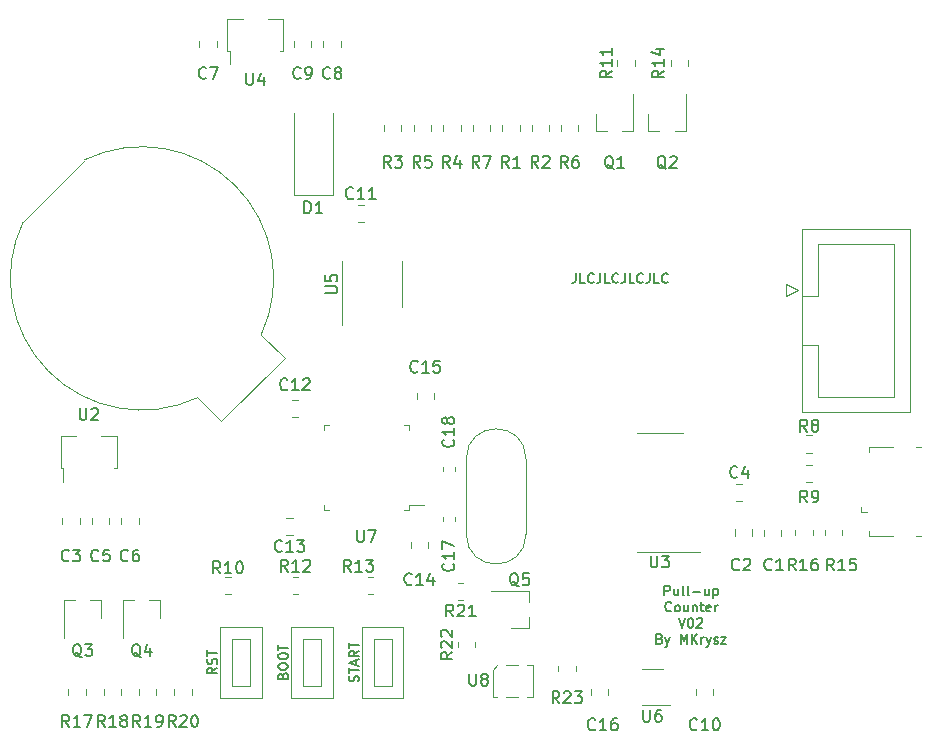
<source format=gto>
G04 #@! TF.GenerationSoftware,KiCad,Pcbnew,(5.1.10)-1*
G04 #@! TF.CreationDate,2022-05-27T17:28:41+02:00*
G04 #@! TF.ProjectId,pullup_counter_schematic,70756c6c-7570-45f6-936f-756e7465725f,1*
G04 #@! TF.SameCoordinates,Original*
G04 #@! TF.FileFunction,Legend,Top*
G04 #@! TF.FilePolarity,Positive*
%FSLAX46Y46*%
G04 Gerber Fmt 4.6, Leading zero omitted, Abs format (unit mm)*
G04 Created by KiCad (PCBNEW (5.1.10)-1) date 2022-05-27 17:28:41*
%MOMM*%
%LPD*%
G01*
G04 APERTURE LIST*
%ADD10C,0.152400*%
%ADD11C,0.120000*%
%ADD12C,0.150000*%
%ADD13R,0.800000X1.500000*%
%ADD14R,0.900000X1.300000*%
%ADD15C,1.524000*%
%ADD16R,1.900000X0.800000*%
%ADD17R,0.800000X1.900000*%
%ADD18R,1.800000X3.500000*%
%ADD19R,1.220000X0.650000*%
%ADD20C,3.200000*%
%ADD21C,1.500000*%
%ADD22R,0.600000X1.500000*%
%ADD23C,1.700000*%
%ADD24O,1.550000X0.890000*%
%ADD25R,1.550000X1.200000*%
%ADD26R,1.550000X1.500000*%
%ADD27O,0.950000X1.250000*%
%ADD28R,1.350000X0.400000*%
%ADD29C,2.000000*%
G04 APERTURE END LIST*
D10*
X157255123Y-86810295D02*
X157255123Y-85997495D01*
X157564761Y-85997495D01*
X157642171Y-86036200D01*
X157680876Y-86074904D01*
X157719580Y-86152314D01*
X157719580Y-86268428D01*
X157680876Y-86345838D01*
X157642171Y-86384542D01*
X157564761Y-86423247D01*
X157255123Y-86423247D01*
X158416266Y-86268428D02*
X158416266Y-86810295D01*
X158067923Y-86268428D02*
X158067923Y-86694180D01*
X158106628Y-86771590D01*
X158184038Y-86810295D01*
X158300152Y-86810295D01*
X158377561Y-86771590D01*
X158416266Y-86732885D01*
X158919428Y-86810295D02*
X158842019Y-86771590D01*
X158803314Y-86694180D01*
X158803314Y-85997495D01*
X159345180Y-86810295D02*
X159267771Y-86771590D01*
X159229066Y-86694180D01*
X159229066Y-85997495D01*
X159654819Y-86500657D02*
X160274095Y-86500657D01*
X161009485Y-86268428D02*
X161009485Y-86810295D01*
X160661142Y-86268428D02*
X160661142Y-86694180D01*
X160699847Y-86771590D01*
X160777257Y-86810295D01*
X160893371Y-86810295D01*
X160970780Y-86771590D01*
X161009485Y-86732885D01*
X161396533Y-86268428D02*
X161396533Y-87081228D01*
X161396533Y-86307133D02*
X161473942Y-86268428D01*
X161628761Y-86268428D01*
X161706171Y-86307133D01*
X161744876Y-86345838D01*
X161783580Y-86423247D01*
X161783580Y-86655476D01*
X161744876Y-86732885D01*
X161706171Y-86771590D01*
X161628761Y-86810295D01*
X161473942Y-86810295D01*
X161396533Y-86771590D01*
X157816342Y-88104485D02*
X157777638Y-88143190D01*
X157661523Y-88181895D01*
X157584114Y-88181895D01*
X157468000Y-88143190D01*
X157390590Y-88065780D01*
X157351885Y-87988371D01*
X157313180Y-87833552D01*
X157313180Y-87717438D01*
X157351885Y-87562619D01*
X157390590Y-87485209D01*
X157468000Y-87407800D01*
X157584114Y-87369095D01*
X157661523Y-87369095D01*
X157777638Y-87407800D01*
X157816342Y-87446504D01*
X158280800Y-88181895D02*
X158203390Y-88143190D01*
X158164685Y-88104485D01*
X158125980Y-88027076D01*
X158125980Y-87794847D01*
X158164685Y-87717438D01*
X158203390Y-87678733D01*
X158280800Y-87640028D01*
X158396914Y-87640028D01*
X158474323Y-87678733D01*
X158513028Y-87717438D01*
X158551733Y-87794847D01*
X158551733Y-88027076D01*
X158513028Y-88104485D01*
X158474323Y-88143190D01*
X158396914Y-88181895D01*
X158280800Y-88181895D01*
X159248419Y-87640028D02*
X159248419Y-88181895D01*
X158900076Y-87640028D02*
X158900076Y-88065780D01*
X158938780Y-88143190D01*
X159016190Y-88181895D01*
X159132304Y-88181895D01*
X159209714Y-88143190D01*
X159248419Y-88104485D01*
X159635466Y-87640028D02*
X159635466Y-88181895D01*
X159635466Y-87717438D02*
X159674171Y-87678733D01*
X159751580Y-87640028D01*
X159867695Y-87640028D01*
X159945104Y-87678733D01*
X159983809Y-87756142D01*
X159983809Y-88181895D01*
X160254742Y-87640028D02*
X160564380Y-87640028D01*
X160370857Y-87369095D02*
X160370857Y-88065780D01*
X160409561Y-88143190D01*
X160486971Y-88181895D01*
X160564380Y-88181895D01*
X161144952Y-88143190D02*
X161067542Y-88181895D01*
X160912723Y-88181895D01*
X160835314Y-88143190D01*
X160796609Y-88065780D01*
X160796609Y-87756142D01*
X160835314Y-87678733D01*
X160912723Y-87640028D01*
X161067542Y-87640028D01*
X161144952Y-87678733D01*
X161183657Y-87756142D01*
X161183657Y-87833552D01*
X160796609Y-87910961D01*
X161532000Y-88181895D02*
X161532000Y-87640028D01*
X161532000Y-87794847D02*
X161570704Y-87717438D01*
X161609409Y-87678733D01*
X161686819Y-87640028D01*
X161764228Y-87640028D01*
X158454971Y-88740695D02*
X158725904Y-89553495D01*
X158996838Y-88740695D01*
X159422590Y-88740695D02*
X159500000Y-88740695D01*
X159577409Y-88779400D01*
X159616114Y-88818104D01*
X159654819Y-88895514D01*
X159693523Y-89050333D01*
X159693523Y-89243857D01*
X159654819Y-89398676D01*
X159616114Y-89476085D01*
X159577409Y-89514790D01*
X159500000Y-89553495D01*
X159422590Y-89553495D01*
X159345180Y-89514790D01*
X159306476Y-89476085D01*
X159267771Y-89398676D01*
X159229066Y-89243857D01*
X159229066Y-89050333D01*
X159267771Y-88895514D01*
X159306476Y-88818104D01*
X159345180Y-88779400D01*
X159422590Y-88740695D01*
X160003161Y-88818104D02*
X160041866Y-88779400D01*
X160119276Y-88740695D01*
X160312800Y-88740695D01*
X160390209Y-88779400D01*
X160428914Y-88818104D01*
X160467619Y-88895514D01*
X160467619Y-88972923D01*
X160428914Y-89089038D01*
X159964457Y-89553495D01*
X160467619Y-89553495D01*
X156848723Y-90499342D02*
X156964838Y-90538047D01*
X157003542Y-90576752D01*
X157042247Y-90654161D01*
X157042247Y-90770276D01*
X157003542Y-90847685D01*
X156964838Y-90886390D01*
X156887428Y-90925095D01*
X156577790Y-90925095D01*
X156577790Y-90112295D01*
X156848723Y-90112295D01*
X156926133Y-90151000D01*
X156964838Y-90189704D01*
X157003542Y-90267114D01*
X157003542Y-90344523D01*
X156964838Y-90421933D01*
X156926133Y-90460638D01*
X156848723Y-90499342D01*
X156577790Y-90499342D01*
X157313180Y-90383228D02*
X157506704Y-90925095D01*
X157700228Y-90383228D02*
X157506704Y-90925095D01*
X157429295Y-91118619D01*
X157390590Y-91157323D01*
X157313180Y-91196028D01*
X158629142Y-90925095D02*
X158629142Y-90112295D01*
X158900076Y-90692866D01*
X159171009Y-90112295D01*
X159171009Y-90925095D01*
X159558057Y-90925095D02*
X159558057Y-90112295D01*
X160022514Y-90925095D02*
X159674171Y-90460638D01*
X160022514Y-90112295D02*
X159558057Y-90576752D01*
X160370857Y-90925095D02*
X160370857Y-90383228D01*
X160370857Y-90538047D02*
X160409561Y-90460638D01*
X160448266Y-90421933D01*
X160525676Y-90383228D01*
X160603085Y-90383228D01*
X160796609Y-90383228D02*
X160990133Y-90925095D01*
X161183657Y-90383228D02*
X160990133Y-90925095D01*
X160912723Y-91118619D01*
X160874019Y-91157323D01*
X160796609Y-91196028D01*
X161454590Y-90886390D02*
X161532000Y-90925095D01*
X161686819Y-90925095D01*
X161764228Y-90886390D01*
X161802933Y-90808980D01*
X161802933Y-90770276D01*
X161764228Y-90692866D01*
X161686819Y-90654161D01*
X161570704Y-90654161D01*
X161493295Y-90615457D01*
X161454590Y-90538047D01*
X161454590Y-90499342D01*
X161493295Y-90421933D01*
X161570704Y-90383228D01*
X161686819Y-90383228D01*
X161764228Y-90421933D01*
X162073866Y-90383228D02*
X162499619Y-90383228D01*
X162073866Y-90925095D01*
X162499619Y-90925095D01*
X149745638Y-59554895D02*
X149745638Y-60135466D01*
X149706933Y-60251580D01*
X149629523Y-60328990D01*
X149513409Y-60367695D01*
X149436000Y-60367695D01*
X150519733Y-60367695D02*
X150132685Y-60367695D01*
X150132685Y-59554895D01*
X151255123Y-60290285D02*
X151216419Y-60328990D01*
X151100304Y-60367695D01*
X151022895Y-60367695D01*
X150906780Y-60328990D01*
X150829371Y-60251580D01*
X150790666Y-60174171D01*
X150751961Y-60019352D01*
X150751961Y-59903238D01*
X150790666Y-59748419D01*
X150829371Y-59671009D01*
X150906780Y-59593600D01*
X151022895Y-59554895D01*
X151100304Y-59554895D01*
X151216419Y-59593600D01*
X151255123Y-59632304D01*
X151835695Y-59554895D02*
X151835695Y-60135466D01*
X151796990Y-60251580D01*
X151719580Y-60328990D01*
X151603466Y-60367695D01*
X151526057Y-60367695D01*
X152609790Y-60367695D02*
X152222742Y-60367695D01*
X152222742Y-59554895D01*
X153345180Y-60290285D02*
X153306476Y-60328990D01*
X153190361Y-60367695D01*
X153112952Y-60367695D01*
X152996838Y-60328990D01*
X152919428Y-60251580D01*
X152880723Y-60174171D01*
X152842019Y-60019352D01*
X152842019Y-59903238D01*
X152880723Y-59748419D01*
X152919428Y-59671009D01*
X152996838Y-59593600D01*
X153112952Y-59554895D01*
X153190361Y-59554895D01*
X153306476Y-59593600D01*
X153345180Y-59632304D01*
X153925752Y-59554895D02*
X153925752Y-60135466D01*
X153887047Y-60251580D01*
X153809638Y-60328990D01*
X153693523Y-60367695D01*
X153616114Y-60367695D01*
X154699847Y-60367695D02*
X154312800Y-60367695D01*
X154312800Y-59554895D01*
X155435238Y-60290285D02*
X155396533Y-60328990D01*
X155280419Y-60367695D01*
X155203009Y-60367695D01*
X155086895Y-60328990D01*
X155009485Y-60251580D01*
X154970780Y-60174171D01*
X154932076Y-60019352D01*
X154932076Y-59903238D01*
X154970780Y-59748419D01*
X155009485Y-59671009D01*
X155086895Y-59593600D01*
X155203009Y-59554895D01*
X155280419Y-59554895D01*
X155396533Y-59593600D01*
X155435238Y-59632304D01*
X156015809Y-59554895D02*
X156015809Y-60135466D01*
X155977104Y-60251580D01*
X155899695Y-60328990D01*
X155783580Y-60367695D01*
X155706171Y-60367695D01*
X156789904Y-60367695D02*
X156402857Y-60367695D01*
X156402857Y-59554895D01*
X157525295Y-60290285D02*
X157486590Y-60328990D01*
X157370476Y-60367695D01*
X157293066Y-60367695D01*
X157176952Y-60328990D01*
X157099542Y-60251580D01*
X157060838Y-60174171D01*
X157022133Y-60019352D01*
X157022133Y-59903238D01*
X157060838Y-59748419D01*
X157099542Y-59671009D01*
X157176952Y-59593600D01*
X157293066Y-59554895D01*
X157370476Y-59554895D01*
X157486590Y-59593600D01*
X157525295Y-59632304D01*
X131328990Y-94106247D02*
X131367695Y-93990133D01*
X131367695Y-93796609D01*
X131328990Y-93719200D01*
X131290285Y-93680495D01*
X131212876Y-93641790D01*
X131135466Y-93641790D01*
X131058057Y-93680495D01*
X131019352Y-93719200D01*
X130980647Y-93796609D01*
X130941942Y-93951428D01*
X130903238Y-94028838D01*
X130864533Y-94067542D01*
X130787123Y-94106247D01*
X130709714Y-94106247D01*
X130632304Y-94067542D01*
X130593600Y-94028838D01*
X130554895Y-93951428D01*
X130554895Y-93757904D01*
X130593600Y-93641790D01*
X130554895Y-93409561D02*
X130554895Y-92945104D01*
X131367695Y-93177333D02*
X130554895Y-93177333D01*
X131135466Y-92712876D02*
X131135466Y-92325828D01*
X131367695Y-92790285D02*
X130554895Y-92519352D01*
X131367695Y-92248419D01*
X131367695Y-91513028D02*
X130980647Y-91783961D01*
X131367695Y-91977485D02*
X130554895Y-91977485D01*
X130554895Y-91667847D01*
X130593600Y-91590438D01*
X130632304Y-91551733D01*
X130709714Y-91513028D01*
X130825828Y-91513028D01*
X130903238Y-91551733D01*
X130941942Y-91590438D01*
X130980647Y-91667847D01*
X130980647Y-91977485D01*
X130554895Y-91280800D02*
X130554895Y-90816342D01*
X131367695Y-91048571D02*
X130554895Y-91048571D01*
X119367695Y-92945104D02*
X118980647Y-93216038D01*
X119367695Y-93409561D02*
X118554895Y-93409561D01*
X118554895Y-93099923D01*
X118593600Y-93022514D01*
X118632304Y-92983809D01*
X118709714Y-92945104D01*
X118825828Y-92945104D01*
X118903238Y-92983809D01*
X118941942Y-93022514D01*
X118980647Y-93099923D01*
X118980647Y-93409561D01*
X119328990Y-92635466D02*
X119367695Y-92519352D01*
X119367695Y-92325828D01*
X119328990Y-92248419D01*
X119290285Y-92209714D01*
X119212876Y-92171009D01*
X119135466Y-92171009D01*
X119058057Y-92209714D01*
X119019352Y-92248419D01*
X118980647Y-92325828D01*
X118941942Y-92480647D01*
X118903238Y-92558057D01*
X118864533Y-92596761D01*
X118787123Y-92635466D01*
X118709714Y-92635466D01*
X118632304Y-92596761D01*
X118593600Y-92558057D01*
X118554895Y-92480647D01*
X118554895Y-92287123D01*
X118593600Y-92171009D01*
X118554895Y-91938780D02*
X118554895Y-91474323D01*
X119367695Y-91706552D02*
X118554895Y-91706552D01*
X124941942Y-93603085D02*
X124980647Y-93486971D01*
X125019352Y-93448266D01*
X125096761Y-93409561D01*
X125212876Y-93409561D01*
X125290285Y-93448266D01*
X125328990Y-93486971D01*
X125367695Y-93564380D01*
X125367695Y-93874019D01*
X124554895Y-93874019D01*
X124554895Y-93603085D01*
X124593600Y-93525676D01*
X124632304Y-93486971D01*
X124709714Y-93448266D01*
X124787123Y-93448266D01*
X124864533Y-93486971D01*
X124903238Y-93525676D01*
X124941942Y-93603085D01*
X124941942Y-93874019D01*
X124554895Y-92906400D02*
X124554895Y-92751580D01*
X124593600Y-92674171D01*
X124671009Y-92596761D01*
X124825828Y-92558057D01*
X125096761Y-92558057D01*
X125251580Y-92596761D01*
X125328990Y-92674171D01*
X125367695Y-92751580D01*
X125367695Y-92906400D01*
X125328990Y-92983809D01*
X125251580Y-93061219D01*
X125096761Y-93099923D01*
X124825828Y-93099923D01*
X124671009Y-93061219D01*
X124593600Y-92983809D01*
X124554895Y-92906400D01*
X124554895Y-92054895D02*
X124554895Y-91900076D01*
X124593600Y-91822666D01*
X124671009Y-91745257D01*
X124825828Y-91706552D01*
X125096761Y-91706552D01*
X125251580Y-91745257D01*
X125328990Y-91822666D01*
X125367695Y-91900076D01*
X125367695Y-92054895D01*
X125328990Y-92132304D01*
X125251580Y-92209714D01*
X125096761Y-92248419D01*
X124825828Y-92248419D01*
X124671009Y-92209714D01*
X124593600Y-92132304D01*
X124554895Y-92054895D01*
X124554895Y-91474323D02*
X124554895Y-91009866D01*
X125367695Y-91242095D02*
X124554895Y-91242095D01*
D11*
X135060000Y-60475000D02*
X135060000Y-58525000D01*
X135060000Y-60475000D02*
X135060000Y-62425000D01*
X129940000Y-60475000D02*
X129940000Y-58525000D01*
X129940000Y-60475000D02*
X129940000Y-63925000D01*
X143100000Y-92700000D02*
X146100000Y-92700000D01*
X142700000Y-93100000D02*
X142700000Y-95400000D01*
X142700000Y-93100000D02*
X143100000Y-92700000D01*
X146100000Y-92700000D02*
X146100000Y-95400000D01*
X146100000Y-95400000D02*
X142700000Y-95400000D01*
X124970000Y-40710000D02*
X124740000Y-40710000D01*
X120250000Y-40710000D02*
X120480000Y-40710000D01*
X120250000Y-40710000D02*
X120250000Y-37990000D01*
X120250000Y-37990000D02*
X121560000Y-37990000D01*
X120480000Y-41850000D02*
X120480000Y-40710000D01*
X124970000Y-37990000D02*
X124970000Y-40710000D01*
X123660000Y-37990000D02*
X124970000Y-37990000D01*
X110860000Y-76060000D02*
X110630000Y-76060000D01*
X106140000Y-76060000D02*
X106370000Y-76060000D01*
X106140000Y-76060000D02*
X106140000Y-73340000D01*
X106140000Y-73340000D02*
X107450000Y-73340000D01*
X106370000Y-77200000D02*
X106370000Y-76060000D01*
X110860000Y-73340000D02*
X110860000Y-76060000D01*
X109550000Y-73340000D02*
X110860000Y-73340000D01*
X149735000Y-93227064D02*
X149735000Y-92772936D01*
X148265000Y-93227064D02*
X148265000Y-92772936D01*
X141235000Y-91227064D02*
X141235000Y-90772936D01*
X139765000Y-91227064D02*
X139765000Y-90772936D01*
X140227064Y-85765000D02*
X139772936Y-85765000D01*
X140227064Y-87235000D02*
X139772936Y-87235000D01*
X115765000Y-94772936D02*
X115765000Y-95227064D01*
X117235000Y-94772936D02*
X117235000Y-95227064D01*
X114235000Y-95227064D02*
X114235000Y-94772936D01*
X112765000Y-95227064D02*
X112765000Y-94772936D01*
X111235000Y-95227064D02*
X111235000Y-94772936D01*
X109765000Y-95227064D02*
X109765000Y-94772936D01*
X106765000Y-94772936D02*
X106765000Y-95227064D01*
X108235000Y-94772936D02*
X108235000Y-95227064D01*
X159235000Y-41977064D02*
X159235000Y-41522936D01*
X157765000Y-41977064D02*
X157765000Y-41522936D01*
X154735000Y-41977064D02*
X154735000Y-41522936D01*
X153265000Y-41977064D02*
X153265000Y-41522936D01*
X142485000Y-47477064D02*
X142485000Y-47022936D01*
X141015000Y-47477064D02*
X141015000Y-47022936D01*
X149960000Y-47487064D02*
X149960000Y-47032936D01*
X148490000Y-47487064D02*
X148490000Y-47032936D01*
X137485000Y-47477064D02*
X137485000Y-47022936D01*
X136015000Y-47477064D02*
X136015000Y-47022936D01*
X139985000Y-47477064D02*
X139985000Y-47022936D01*
X138515000Y-47477064D02*
X138515000Y-47022936D01*
X134985000Y-47477064D02*
X134985000Y-47022936D01*
X133515000Y-47477064D02*
X133515000Y-47022936D01*
X147485000Y-47477064D02*
X147485000Y-47022936D01*
X146015000Y-47477064D02*
X146015000Y-47022936D01*
X144985000Y-47477064D02*
X144985000Y-47022936D01*
X143515000Y-47477064D02*
X143515000Y-47022936D01*
X145760000Y-89580000D02*
X144300000Y-89580000D01*
X145760000Y-86420000D02*
X142600000Y-86420000D01*
X145760000Y-86420000D02*
X145760000Y-87350000D01*
X145760000Y-89580000D02*
X145760000Y-88650000D01*
X114580000Y-87240000D02*
X114580000Y-88700000D01*
X111420000Y-87240000D02*
X111420000Y-90400000D01*
X111420000Y-87240000D02*
X112350000Y-87240000D01*
X114580000Y-87240000D02*
X113650000Y-87240000D01*
X109580000Y-87240000D02*
X109580000Y-88700000D01*
X106420000Y-87240000D02*
X106420000Y-90400000D01*
X106420000Y-87240000D02*
X107350000Y-87240000D01*
X109580000Y-87240000D02*
X108650000Y-87240000D01*
X155900000Y-47520000D02*
X155900000Y-46060000D01*
X159060000Y-47520000D02*
X159060000Y-44360000D01*
X159060000Y-47520000D02*
X158130000Y-47520000D01*
X155900000Y-47520000D02*
X156830000Y-47520000D01*
X151455000Y-47520000D02*
X151455000Y-46060000D01*
X154615000Y-47520000D02*
X154615000Y-44360000D01*
X154615000Y-47520000D02*
X153685000Y-47520000D01*
X151455000Y-47520000D02*
X152385000Y-47520000D01*
X125850000Y-52900000D02*
X125850000Y-46000000D01*
X129150000Y-52900000D02*
X129150000Y-46000000D01*
X125850000Y-52900000D02*
X129150000Y-52900000D01*
X125875000Y-39851248D02*
X125875000Y-40373752D01*
X127345000Y-39851248D02*
X127345000Y-40373752D01*
X128375000Y-39851248D02*
X128375000Y-40373752D01*
X129845000Y-39851248D02*
X129845000Y-40373752D01*
X117875000Y-39851248D02*
X117875000Y-40373752D01*
X119345000Y-39851248D02*
X119345000Y-40373752D01*
X111265000Y-80276248D02*
X111265000Y-80798752D01*
X112735000Y-80276248D02*
X112735000Y-80798752D01*
X108765000Y-80276248D02*
X108765000Y-80798752D01*
X110235000Y-80276248D02*
X110235000Y-80798752D01*
X106265000Y-80276248D02*
X106265000Y-80798752D01*
X107735000Y-80276248D02*
X107735000Y-80798752D01*
X157090000Y-93055000D02*
X155330000Y-93055000D01*
X155330000Y-96125000D02*
X157760000Y-96125000D01*
X138490000Y-76283766D02*
X138490000Y-75991232D01*
X139510000Y-76283766D02*
X139510000Y-75991232D01*
X139510000Y-80216234D02*
X139510000Y-80508768D01*
X138490000Y-80216234D02*
X138490000Y-80508768D01*
X140475000Y-81640000D02*
X140475000Y-75240000D01*
X145525000Y-81640000D02*
X145525000Y-75240000D01*
X145525000Y-75240000D02*
G75*
G03*
X140475000Y-75240000I-2525000J0D01*
G01*
X145525000Y-81640000D02*
G75*
G02*
X140475000Y-81640000I-2525000J0D01*
G01*
X128840000Y-72390000D02*
X128390000Y-72390000D01*
X128390000Y-72390000D02*
X128390000Y-72840000D01*
X135160000Y-72390000D02*
X135610000Y-72390000D01*
X135610000Y-72390000D02*
X135610000Y-72840000D01*
X128840000Y-79610000D02*
X128390000Y-79610000D01*
X128390000Y-79610000D02*
X128390000Y-79160000D01*
X135160000Y-79610000D02*
X135610000Y-79610000D01*
X135610000Y-79610000D02*
X135610000Y-79160000D01*
X135610000Y-79160000D02*
X136900000Y-79160000D01*
X156845000Y-73045000D02*
X154895000Y-73045000D01*
X156845000Y-73045000D02*
X158795000Y-73045000D01*
X156845000Y-83165000D02*
X154895000Y-83165000D01*
X156845000Y-83165000D02*
X160295000Y-83165000D01*
X134150000Y-90500000D02*
X132650000Y-90500000D01*
X134150000Y-94500000D02*
X134150000Y-90500000D01*
X132650000Y-94500000D02*
X134150000Y-94500000D01*
X132650000Y-90500000D02*
X132650000Y-94500000D01*
X135150000Y-89500000D02*
X131650000Y-89500000D01*
X135150000Y-95500000D02*
X135150000Y-89500000D01*
X131650000Y-95500000D02*
X135150000Y-95500000D01*
X131650000Y-89500000D02*
X131650000Y-95500000D01*
X128150000Y-90500000D02*
X126650000Y-90500000D01*
X128150000Y-94500000D02*
X128150000Y-90500000D01*
X126650000Y-94500000D02*
X128150000Y-94500000D01*
X126650000Y-90500000D02*
X126650000Y-94500000D01*
X129150000Y-89500000D02*
X125650000Y-89500000D01*
X129150000Y-95500000D02*
X129150000Y-89500000D01*
X125650000Y-95500000D02*
X129150000Y-95500000D01*
X125650000Y-89500000D02*
X125650000Y-95500000D01*
X120650000Y-94500000D02*
X122150000Y-94500000D01*
X120650000Y-90500000D02*
X120650000Y-94500000D01*
X122150000Y-90500000D02*
X120650000Y-90500000D01*
X122150000Y-94500000D02*
X122150000Y-90500000D01*
X119650000Y-95500000D02*
X123150000Y-95500000D01*
X119650000Y-89500000D02*
X119650000Y-95500000D01*
X123150000Y-89500000D02*
X119650000Y-89500000D01*
X123150000Y-95500000D02*
X123150000Y-89500000D01*
X168345000Y-81727064D02*
X168345000Y-81272936D01*
X169815000Y-81727064D02*
X169815000Y-81272936D01*
X172315000Y-81272936D02*
X172315000Y-81727064D01*
X170845000Y-81272936D02*
X170845000Y-81727064D01*
X132122936Y-85265000D02*
X132577064Y-85265000D01*
X132122936Y-86735000D02*
X132577064Y-86735000D01*
X125772936Y-85265000D02*
X126227064Y-85265000D01*
X125772936Y-86735000D02*
X126227064Y-86735000D01*
X120512064Y-86735000D02*
X120057936Y-86735000D01*
X120512064Y-85265000D02*
X120057936Y-85265000D01*
X169272936Y-75765000D02*
X169727064Y-75765000D01*
X169272936Y-77235000D02*
X169727064Y-77235000D01*
X169727064Y-74735000D02*
X169272936Y-74735000D01*
X169727064Y-73265000D02*
X169272936Y-73265000D01*
X168910000Y-55790000D02*
X178030000Y-55790000D01*
X178030000Y-55790000D02*
X178030000Y-71290000D01*
X178030000Y-71290000D02*
X168910000Y-71290000D01*
X168910000Y-71290000D02*
X168910000Y-55790000D01*
X168910000Y-61490000D02*
X170220000Y-61490000D01*
X170220000Y-61490000D02*
X170220000Y-57090000D01*
X170220000Y-57090000D02*
X176720000Y-57090000D01*
X176720000Y-57090000D02*
X176720000Y-69990000D01*
X176720000Y-69990000D02*
X170220000Y-69990000D01*
X170220000Y-69990000D02*
X170220000Y-65590000D01*
X170220000Y-65590000D02*
X170220000Y-65590000D01*
X170220000Y-65590000D02*
X168910000Y-65590000D01*
X168520000Y-61000000D02*
X167520000Y-60500000D01*
X167520000Y-60500000D02*
X167520000Y-61500000D01*
X167520000Y-61500000D02*
X168520000Y-61000000D01*
X174360000Y-79760000D02*
X173910000Y-79760000D01*
X173910000Y-79310000D02*
X173910000Y-79760000D01*
X174590000Y-81760000D02*
X174590000Y-81340000D01*
X176570000Y-81760000D02*
X174590000Y-81760000D01*
X178940000Y-81760000D02*
X178540000Y-81760000D01*
X178540000Y-74240000D02*
X178940000Y-74240000D01*
X174590000Y-74240000D02*
X174590000Y-74660000D01*
X176570000Y-74240000D02*
X174590000Y-74240000D01*
X152500000Y-94756248D02*
X152500000Y-95278752D01*
X151030000Y-94756248D02*
X151030000Y-95278752D01*
X136265000Y-70223752D02*
X136265000Y-69701248D01*
X137735000Y-70223752D02*
X137735000Y-69701248D01*
X137235000Y-82276248D02*
X137235000Y-82798752D01*
X135765000Y-82276248D02*
X135765000Y-82798752D01*
X125761252Y-81735000D02*
X125238748Y-81735000D01*
X125761252Y-80265000D02*
X125238748Y-80265000D01*
X126223752Y-71735000D02*
X125701248Y-71735000D01*
X126223752Y-70265000D02*
X125701248Y-70265000D01*
X131276248Y-53765000D02*
X131798752Y-53765000D01*
X131276248Y-55235000D02*
X131798752Y-55235000D01*
X161390000Y-94756248D02*
X161390000Y-95278752D01*
X159920000Y-94756248D02*
X159920000Y-95278752D01*
X163336248Y-77370000D02*
X163858752Y-77370000D01*
X163336248Y-78840000D02*
X163858752Y-78840000D01*
X164655000Y-81238748D02*
X164655000Y-81761252D01*
X163185000Y-81238748D02*
X163185000Y-81761252D01*
X167155000Y-81276248D02*
X167155000Y-81798752D01*
X165685000Y-81276248D02*
X165685000Y-81798752D01*
X108182167Y-49926348D02*
X102959084Y-55191674D01*
X123111627Y-64737615D02*
X125091526Y-66717514D01*
X125091526Y-66717514D02*
X119717514Y-72091526D01*
X119717514Y-72091526D02*
X117666905Y-70040916D01*
X117723345Y-70081170D02*
G75*
G02*
X102959085Y-55191674I-4723345J10081170D01*
G01*
X108182166Y-49926348D02*
G75*
G02*
X123111626Y-64737615I4817834J-10073652D01*
G01*
D12*
X128552380Y-61236904D02*
X129361904Y-61236904D01*
X129457142Y-61189285D01*
X129504761Y-61141666D01*
X129552380Y-61046428D01*
X129552380Y-60855952D01*
X129504761Y-60760714D01*
X129457142Y-60713095D01*
X129361904Y-60665476D01*
X128552380Y-60665476D01*
X128552380Y-59713095D02*
X128552380Y-60189285D01*
X129028571Y-60236904D01*
X128980952Y-60189285D01*
X128933333Y-60094047D01*
X128933333Y-59855952D01*
X128980952Y-59760714D01*
X129028571Y-59713095D01*
X129123809Y-59665476D01*
X129361904Y-59665476D01*
X129457142Y-59713095D01*
X129504761Y-59760714D01*
X129552380Y-59855952D01*
X129552380Y-60094047D01*
X129504761Y-60189285D01*
X129457142Y-60236904D01*
X140738095Y-93452380D02*
X140738095Y-94261904D01*
X140785714Y-94357142D01*
X140833333Y-94404761D01*
X140928571Y-94452380D01*
X141119047Y-94452380D01*
X141214285Y-94404761D01*
X141261904Y-94357142D01*
X141309523Y-94261904D01*
X141309523Y-93452380D01*
X141928571Y-93880952D02*
X141833333Y-93833333D01*
X141785714Y-93785714D01*
X141738095Y-93690476D01*
X141738095Y-93642857D01*
X141785714Y-93547619D01*
X141833333Y-93500000D01*
X141928571Y-93452380D01*
X142119047Y-93452380D01*
X142214285Y-93500000D01*
X142261904Y-93547619D01*
X142309523Y-93642857D01*
X142309523Y-93690476D01*
X142261904Y-93785714D01*
X142214285Y-93833333D01*
X142119047Y-93880952D01*
X141928571Y-93880952D01*
X141833333Y-93928571D01*
X141785714Y-93976190D01*
X141738095Y-94071428D01*
X141738095Y-94261904D01*
X141785714Y-94357142D01*
X141833333Y-94404761D01*
X141928571Y-94452380D01*
X142119047Y-94452380D01*
X142214285Y-94404761D01*
X142261904Y-94357142D01*
X142309523Y-94261904D01*
X142309523Y-94071428D01*
X142261904Y-93976190D01*
X142214285Y-93928571D01*
X142119047Y-93880952D01*
X121848095Y-42602380D02*
X121848095Y-43411904D01*
X121895714Y-43507142D01*
X121943333Y-43554761D01*
X122038571Y-43602380D01*
X122229047Y-43602380D01*
X122324285Y-43554761D01*
X122371904Y-43507142D01*
X122419523Y-43411904D01*
X122419523Y-42602380D01*
X123324285Y-42935714D02*
X123324285Y-43602380D01*
X123086190Y-42554761D02*
X122848095Y-43269047D01*
X123467142Y-43269047D01*
X107738095Y-70952380D02*
X107738095Y-71761904D01*
X107785714Y-71857142D01*
X107833333Y-71904761D01*
X107928571Y-71952380D01*
X108119047Y-71952380D01*
X108214285Y-71904761D01*
X108261904Y-71857142D01*
X108309523Y-71761904D01*
X108309523Y-70952380D01*
X108738095Y-71047619D02*
X108785714Y-71000000D01*
X108880952Y-70952380D01*
X109119047Y-70952380D01*
X109214285Y-71000000D01*
X109261904Y-71047619D01*
X109309523Y-71142857D01*
X109309523Y-71238095D01*
X109261904Y-71380952D01*
X108690476Y-71952380D01*
X109309523Y-71952380D01*
X148357142Y-95952380D02*
X148023809Y-95476190D01*
X147785714Y-95952380D02*
X147785714Y-94952380D01*
X148166666Y-94952380D01*
X148261904Y-95000000D01*
X148309523Y-95047619D01*
X148357142Y-95142857D01*
X148357142Y-95285714D01*
X148309523Y-95380952D01*
X148261904Y-95428571D01*
X148166666Y-95476190D01*
X147785714Y-95476190D01*
X148738095Y-95047619D02*
X148785714Y-95000000D01*
X148880952Y-94952380D01*
X149119047Y-94952380D01*
X149214285Y-95000000D01*
X149261904Y-95047619D01*
X149309523Y-95142857D01*
X149309523Y-95238095D01*
X149261904Y-95380952D01*
X148690476Y-95952380D01*
X149309523Y-95952380D01*
X149642857Y-94952380D02*
X150261904Y-94952380D01*
X149928571Y-95333333D01*
X150071428Y-95333333D01*
X150166666Y-95380952D01*
X150214285Y-95428571D01*
X150261904Y-95523809D01*
X150261904Y-95761904D01*
X150214285Y-95857142D01*
X150166666Y-95904761D01*
X150071428Y-95952380D01*
X149785714Y-95952380D01*
X149690476Y-95904761D01*
X149642857Y-95857142D01*
X139302380Y-91642857D02*
X138826190Y-91976190D01*
X139302380Y-92214285D02*
X138302380Y-92214285D01*
X138302380Y-91833333D01*
X138350000Y-91738095D01*
X138397619Y-91690476D01*
X138492857Y-91642857D01*
X138635714Y-91642857D01*
X138730952Y-91690476D01*
X138778571Y-91738095D01*
X138826190Y-91833333D01*
X138826190Y-92214285D01*
X138397619Y-91261904D02*
X138350000Y-91214285D01*
X138302380Y-91119047D01*
X138302380Y-90880952D01*
X138350000Y-90785714D01*
X138397619Y-90738095D01*
X138492857Y-90690476D01*
X138588095Y-90690476D01*
X138730952Y-90738095D01*
X139302380Y-91309523D01*
X139302380Y-90690476D01*
X138397619Y-90309523D02*
X138350000Y-90261904D01*
X138302380Y-90166666D01*
X138302380Y-89928571D01*
X138350000Y-89833333D01*
X138397619Y-89785714D01*
X138492857Y-89738095D01*
X138588095Y-89738095D01*
X138730952Y-89785714D01*
X139302380Y-90357142D01*
X139302380Y-89738095D01*
X139357142Y-88602380D02*
X139023809Y-88126190D01*
X138785714Y-88602380D02*
X138785714Y-87602380D01*
X139166666Y-87602380D01*
X139261904Y-87650000D01*
X139309523Y-87697619D01*
X139357142Y-87792857D01*
X139357142Y-87935714D01*
X139309523Y-88030952D01*
X139261904Y-88078571D01*
X139166666Y-88126190D01*
X138785714Y-88126190D01*
X139738095Y-87697619D02*
X139785714Y-87650000D01*
X139880952Y-87602380D01*
X140119047Y-87602380D01*
X140214285Y-87650000D01*
X140261904Y-87697619D01*
X140309523Y-87792857D01*
X140309523Y-87888095D01*
X140261904Y-88030952D01*
X139690476Y-88602380D01*
X140309523Y-88602380D01*
X141261904Y-88602380D02*
X140690476Y-88602380D01*
X140976190Y-88602380D02*
X140976190Y-87602380D01*
X140880952Y-87745238D01*
X140785714Y-87840476D01*
X140690476Y-87888095D01*
X115857142Y-97952380D02*
X115523809Y-97476190D01*
X115285714Y-97952380D02*
X115285714Y-96952380D01*
X115666666Y-96952380D01*
X115761904Y-97000000D01*
X115809523Y-97047619D01*
X115857142Y-97142857D01*
X115857142Y-97285714D01*
X115809523Y-97380952D01*
X115761904Y-97428571D01*
X115666666Y-97476190D01*
X115285714Y-97476190D01*
X116238095Y-97047619D02*
X116285714Y-97000000D01*
X116380952Y-96952380D01*
X116619047Y-96952380D01*
X116714285Y-97000000D01*
X116761904Y-97047619D01*
X116809523Y-97142857D01*
X116809523Y-97238095D01*
X116761904Y-97380952D01*
X116190476Y-97952380D01*
X116809523Y-97952380D01*
X117428571Y-96952380D02*
X117523809Y-96952380D01*
X117619047Y-97000000D01*
X117666666Y-97047619D01*
X117714285Y-97142857D01*
X117761904Y-97333333D01*
X117761904Y-97571428D01*
X117714285Y-97761904D01*
X117666666Y-97857142D01*
X117619047Y-97904761D01*
X117523809Y-97952380D01*
X117428571Y-97952380D01*
X117333333Y-97904761D01*
X117285714Y-97857142D01*
X117238095Y-97761904D01*
X117190476Y-97571428D01*
X117190476Y-97333333D01*
X117238095Y-97142857D01*
X117285714Y-97047619D01*
X117333333Y-97000000D01*
X117428571Y-96952380D01*
X112857142Y-97952380D02*
X112523809Y-97476190D01*
X112285714Y-97952380D02*
X112285714Y-96952380D01*
X112666666Y-96952380D01*
X112761904Y-97000000D01*
X112809523Y-97047619D01*
X112857142Y-97142857D01*
X112857142Y-97285714D01*
X112809523Y-97380952D01*
X112761904Y-97428571D01*
X112666666Y-97476190D01*
X112285714Y-97476190D01*
X113809523Y-97952380D02*
X113238095Y-97952380D01*
X113523809Y-97952380D02*
X113523809Y-96952380D01*
X113428571Y-97095238D01*
X113333333Y-97190476D01*
X113238095Y-97238095D01*
X114285714Y-97952380D02*
X114476190Y-97952380D01*
X114571428Y-97904761D01*
X114619047Y-97857142D01*
X114714285Y-97714285D01*
X114761904Y-97523809D01*
X114761904Y-97142857D01*
X114714285Y-97047619D01*
X114666666Y-97000000D01*
X114571428Y-96952380D01*
X114380952Y-96952380D01*
X114285714Y-97000000D01*
X114238095Y-97047619D01*
X114190476Y-97142857D01*
X114190476Y-97380952D01*
X114238095Y-97476190D01*
X114285714Y-97523809D01*
X114380952Y-97571428D01*
X114571428Y-97571428D01*
X114666666Y-97523809D01*
X114714285Y-97476190D01*
X114761904Y-97380952D01*
X109857142Y-97952380D02*
X109523809Y-97476190D01*
X109285714Y-97952380D02*
X109285714Y-96952380D01*
X109666666Y-96952380D01*
X109761904Y-97000000D01*
X109809523Y-97047619D01*
X109857142Y-97142857D01*
X109857142Y-97285714D01*
X109809523Y-97380952D01*
X109761904Y-97428571D01*
X109666666Y-97476190D01*
X109285714Y-97476190D01*
X110809523Y-97952380D02*
X110238095Y-97952380D01*
X110523809Y-97952380D02*
X110523809Y-96952380D01*
X110428571Y-97095238D01*
X110333333Y-97190476D01*
X110238095Y-97238095D01*
X111380952Y-97380952D02*
X111285714Y-97333333D01*
X111238095Y-97285714D01*
X111190476Y-97190476D01*
X111190476Y-97142857D01*
X111238095Y-97047619D01*
X111285714Y-97000000D01*
X111380952Y-96952380D01*
X111571428Y-96952380D01*
X111666666Y-97000000D01*
X111714285Y-97047619D01*
X111761904Y-97142857D01*
X111761904Y-97190476D01*
X111714285Y-97285714D01*
X111666666Y-97333333D01*
X111571428Y-97380952D01*
X111380952Y-97380952D01*
X111285714Y-97428571D01*
X111238095Y-97476190D01*
X111190476Y-97571428D01*
X111190476Y-97761904D01*
X111238095Y-97857142D01*
X111285714Y-97904761D01*
X111380952Y-97952380D01*
X111571428Y-97952380D01*
X111666666Y-97904761D01*
X111714285Y-97857142D01*
X111761904Y-97761904D01*
X111761904Y-97571428D01*
X111714285Y-97476190D01*
X111666666Y-97428571D01*
X111571428Y-97380952D01*
X106857142Y-97952380D02*
X106523809Y-97476190D01*
X106285714Y-97952380D02*
X106285714Y-96952380D01*
X106666666Y-96952380D01*
X106761904Y-97000000D01*
X106809523Y-97047619D01*
X106857142Y-97142857D01*
X106857142Y-97285714D01*
X106809523Y-97380952D01*
X106761904Y-97428571D01*
X106666666Y-97476190D01*
X106285714Y-97476190D01*
X107809523Y-97952380D02*
X107238095Y-97952380D01*
X107523809Y-97952380D02*
X107523809Y-96952380D01*
X107428571Y-97095238D01*
X107333333Y-97190476D01*
X107238095Y-97238095D01*
X108142857Y-96952380D02*
X108809523Y-96952380D01*
X108380952Y-97952380D01*
X157202380Y-42392857D02*
X156726190Y-42726190D01*
X157202380Y-42964285D02*
X156202380Y-42964285D01*
X156202380Y-42583333D01*
X156250000Y-42488095D01*
X156297619Y-42440476D01*
X156392857Y-42392857D01*
X156535714Y-42392857D01*
X156630952Y-42440476D01*
X156678571Y-42488095D01*
X156726190Y-42583333D01*
X156726190Y-42964285D01*
X157202380Y-41440476D02*
X157202380Y-42011904D01*
X157202380Y-41726190D02*
X156202380Y-41726190D01*
X156345238Y-41821428D01*
X156440476Y-41916666D01*
X156488095Y-42011904D01*
X156535714Y-40583333D02*
X157202380Y-40583333D01*
X156154761Y-40821428D02*
X156869047Y-41059523D01*
X156869047Y-40440476D01*
X152802380Y-42392857D02*
X152326190Y-42726190D01*
X152802380Y-42964285D02*
X151802380Y-42964285D01*
X151802380Y-42583333D01*
X151850000Y-42488095D01*
X151897619Y-42440476D01*
X151992857Y-42392857D01*
X152135714Y-42392857D01*
X152230952Y-42440476D01*
X152278571Y-42488095D01*
X152326190Y-42583333D01*
X152326190Y-42964285D01*
X152802380Y-41440476D02*
X152802380Y-42011904D01*
X152802380Y-41726190D02*
X151802380Y-41726190D01*
X151945238Y-41821428D01*
X152040476Y-41916666D01*
X152088095Y-42011904D01*
X152802380Y-40488095D02*
X152802380Y-41059523D01*
X152802380Y-40773809D02*
X151802380Y-40773809D01*
X151945238Y-40869047D01*
X152040476Y-40964285D01*
X152088095Y-41059523D01*
X141583333Y-50607380D02*
X141250000Y-50131190D01*
X141011904Y-50607380D02*
X141011904Y-49607380D01*
X141392857Y-49607380D01*
X141488095Y-49655000D01*
X141535714Y-49702619D01*
X141583333Y-49797857D01*
X141583333Y-49940714D01*
X141535714Y-50035952D01*
X141488095Y-50083571D01*
X141392857Y-50131190D01*
X141011904Y-50131190D01*
X141916666Y-49607380D02*
X142583333Y-49607380D01*
X142154761Y-50607380D01*
X149058333Y-50617380D02*
X148725000Y-50141190D01*
X148486904Y-50617380D02*
X148486904Y-49617380D01*
X148867857Y-49617380D01*
X148963095Y-49665000D01*
X149010714Y-49712619D01*
X149058333Y-49807857D01*
X149058333Y-49950714D01*
X149010714Y-50045952D01*
X148963095Y-50093571D01*
X148867857Y-50141190D01*
X148486904Y-50141190D01*
X149915476Y-49617380D02*
X149725000Y-49617380D01*
X149629761Y-49665000D01*
X149582142Y-49712619D01*
X149486904Y-49855476D01*
X149439285Y-50045952D01*
X149439285Y-50426904D01*
X149486904Y-50522142D01*
X149534523Y-50569761D01*
X149629761Y-50617380D01*
X149820238Y-50617380D01*
X149915476Y-50569761D01*
X149963095Y-50522142D01*
X150010714Y-50426904D01*
X150010714Y-50188809D01*
X149963095Y-50093571D01*
X149915476Y-50045952D01*
X149820238Y-49998333D01*
X149629761Y-49998333D01*
X149534523Y-50045952D01*
X149486904Y-50093571D01*
X149439285Y-50188809D01*
X136583333Y-50607380D02*
X136250000Y-50131190D01*
X136011904Y-50607380D02*
X136011904Y-49607380D01*
X136392857Y-49607380D01*
X136488095Y-49655000D01*
X136535714Y-49702619D01*
X136583333Y-49797857D01*
X136583333Y-49940714D01*
X136535714Y-50035952D01*
X136488095Y-50083571D01*
X136392857Y-50131190D01*
X136011904Y-50131190D01*
X137488095Y-49607380D02*
X137011904Y-49607380D01*
X136964285Y-50083571D01*
X137011904Y-50035952D01*
X137107142Y-49988333D01*
X137345238Y-49988333D01*
X137440476Y-50035952D01*
X137488095Y-50083571D01*
X137535714Y-50178809D01*
X137535714Y-50416904D01*
X137488095Y-50512142D01*
X137440476Y-50559761D01*
X137345238Y-50607380D01*
X137107142Y-50607380D01*
X137011904Y-50559761D01*
X136964285Y-50512142D01*
X139083333Y-50607380D02*
X138750000Y-50131190D01*
X138511904Y-50607380D02*
X138511904Y-49607380D01*
X138892857Y-49607380D01*
X138988095Y-49655000D01*
X139035714Y-49702619D01*
X139083333Y-49797857D01*
X139083333Y-49940714D01*
X139035714Y-50035952D01*
X138988095Y-50083571D01*
X138892857Y-50131190D01*
X138511904Y-50131190D01*
X139940476Y-49940714D02*
X139940476Y-50607380D01*
X139702380Y-49559761D02*
X139464285Y-50274047D01*
X140083333Y-50274047D01*
X134083333Y-50607380D02*
X133750000Y-50131190D01*
X133511904Y-50607380D02*
X133511904Y-49607380D01*
X133892857Y-49607380D01*
X133988095Y-49655000D01*
X134035714Y-49702619D01*
X134083333Y-49797857D01*
X134083333Y-49940714D01*
X134035714Y-50035952D01*
X133988095Y-50083571D01*
X133892857Y-50131190D01*
X133511904Y-50131190D01*
X134416666Y-49607380D02*
X135035714Y-49607380D01*
X134702380Y-49988333D01*
X134845238Y-49988333D01*
X134940476Y-50035952D01*
X134988095Y-50083571D01*
X135035714Y-50178809D01*
X135035714Y-50416904D01*
X134988095Y-50512142D01*
X134940476Y-50559761D01*
X134845238Y-50607380D01*
X134559523Y-50607380D01*
X134464285Y-50559761D01*
X134416666Y-50512142D01*
X146583333Y-50607380D02*
X146250000Y-50131190D01*
X146011904Y-50607380D02*
X146011904Y-49607380D01*
X146392857Y-49607380D01*
X146488095Y-49655000D01*
X146535714Y-49702619D01*
X146583333Y-49797857D01*
X146583333Y-49940714D01*
X146535714Y-50035952D01*
X146488095Y-50083571D01*
X146392857Y-50131190D01*
X146011904Y-50131190D01*
X146964285Y-49702619D02*
X147011904Y-49655000D01*
X147107142Y-49607380D01*
X147345238Y-49607380D01*
X147440476Y-49655000D01*
X147488095Y-49702619D01*
X147535714Y-49797857D01*
X147535714Y-49893095D01*
X147488095Y-50035952D01*
X146916666Y-50607380D01*
X147535714Y-50607380D01*
X144083333Y-50607380D02*
X143750000Y-50131190D01*
X143511904Y-50607380D02*
X143511904Y-49607380D01*
X143892857Y-49607380D01*
X143988095Y-49655000D01*
X144035714Y-49702619D01*
X144083333Y-49797857D01*
X144083333Y-49940714D01*
X144035714Y-50035952D01*
X143988095Y-50083571D01*
X143892857Y-50131190D01*
X143511904Y-50131190D01*
X145035714Y-50607380D02*
X144464285Y-50607380D01*
X144750000Y-50607380D02*
X144750000Y-49607380D01*
X144654761Y-49750238D01*
X144559523Y-49845476D01*
X144464285Y-49893095D01*
X144904761Y-86047619D02*
X144809523Y-86000000D01*
X144714285Y-85904761D01*
X144571428Y-85761904D01*
X144476190Y-85714285D01*
X144380952Y-85714285D01*
X144428571Y-85952380D02*
X144333333Y-85904761D01*
X144238095Y-85809523D01*
X144190476Y-85619047D01*
X144190476Y-85285714D01*
X144238095Y-85095238D01*
X144333333Y-85000000D01*
X144428571Y-84952380D01*
X144619047Y-84952380D01*
X144714285Y-85000000D01*
X144809523Y-85095238D01*
X144857142Y-85285714D01*
X144857142Y-85619047D01*
X144809523Y-85809523D01*
X144714285Y-85904761D01*
X144619047Y-85952380D01*
X144428571Y-85952380D01*
X145761904Y-84952380D02*
X145285714Y-84952380D01*
X145238095Y-85428571D01*
X145285714Y-85380952D01*
X145380952Y-85333333D01*
X145619047Y-85333333D01*
X145714285Y-85380952D01*
X145761904Y-85428571D01*
X145809523Y-85523809D01*
X145809523Y-85761904D01*
X145761904Y-85857142D01*
X145714285Y-85904761D01*
X145619047Y-85952380D01*
X145380952Y-85952380D01*
X145285714Y-85904761D01*
X145238095Y-85857142D01*
X112904761Y-92047619D02*
X112809523Y-92000000D01*
X112714285Y-91904761D01*
X112571428Y-91761904D01*
X112476190Y-91714285D01*
X112380952Y-91714285D01*
X112428571Y-91952380D02*
X112333333Y-91904761D01*
X112238095Y-91809523D01*
X112190476Y-91619047D01*
X112190476Y-91285714D01*
X112238095Y-91095238D01*
X112333333Y-91000000D01*
X112428571Y-90952380D01*
X112619047Y-90952380D01*
X112714285Y-91000000D01*
X112809523Y-91095238D01*
X112857142Y-91285714D01*
X112857142Y-91619047D01*
X112809523Y-91809523D01*
X112714285Y-91904761D01*
X112619047Y-91952380D01*
X112428571Y-91952380D01*
X113714285Y-91285714D02*
X113714285Y-91952380D01*
X113476190Y-90904761D02*
X113238095Y-91619047D01*
X113857142Y-91619047D01*
X107904761Y-92047619D02*
X107809523Y-92000000D01*
X107714285Y-91904761D01*
X107571428Y-91761904D01*
X107476190Y-91714285D01*
X107380952Y-91714285D01*
X107428571Y-91952380D02*
X107333333Y-91904761D01*
X107238095Y-91809523D01*
X107190476Y-91619047D01*
X107190476Y-91285714D01*
X107238095Y-91095238D01*
X107333333Y-91000000D01*
X107428571Y-90952380D01*
X107619047Y-90952380D01*
X107714285Y-91000000D01*
X107809523Y-91095238D01*
X107857142Y-91285714D01*
X107857142Y-91619047D01*
X107809523Y-91809523D01*
X107714285Y-91904761D01*
X107619047Y-91952380D01*
X107428571Y-91952380D01*
X108190476Y-90952380D02*
X108809523Y-90952380D01*
X108476190Y-91333333D01*
X108619047Y-91333333D01*
X108714285Y-91380952D01*
X108761904Y-91428571D01*
X108809523Y-91523809D01*
X108809523Y-91761904D01*
X108761904Y-91857142D01*
X108714285Y-91904761D01*
X108619047Y-91952380D01*
X108333333Y-91952380D01*
X108238095Y-91904761D01*
X108190476Y-91857142D01*
X157384761Y-50712619D02*
X157289523Y-50665000D01*
X157194285Y-50569761D01*
X157051428Y-50426904D01*
X156956190Y-50379285D01*
X156860952Y-50379285D01*
X156908571Y-50617380D02*
X156813333Y-50569761D01*
X156718095Y-50474523D01*
X156670476Y-50284047D01*
X156670476Y-49950714D01*
X156718095Y-49760238D01*
X156813333Y-49665000D01*
X156908571Y-49617380D01*
X157099047Y-49617380D01*
X157194285Y-49665000D01*
X157289523Y-49760238D01*
X157337142Y-49950714D01*
X157337142Y-50284047D01*
X157289523Y-50474523D01*
X157194285Y-50569761D01*
X157099047Y-50617380D01*
X156908571Y-50617380D01*
X157718095Y-49712619D02*
X157765714Y-49665000D01*
X157860952Y-49617380D01*
X158099047Y-49617380D01*
X158194285Y-49665000D01*
X158241904Y-49712619D01*
X158289523Y-49807857D01*
X158289523Y-49903095D01*
X158241904Y-50045952D01*
X157670476Y-50617380D01*
X158289523Y-50617380D01*
X152939761Y-50712619D02*
X152844523Y-50665000D01*
X152749285Y-50569761D01*
X152606428Y-50426904D01*
X152511190Y-50379285D01*
X152415952Y-50379285D01*
X152463571Y-50617380D02*
X152368333Y-50569761D01*
X152273095Y-50474523D01*
X152225476Y-50284047D01*
X152225476Y-49950714D01*
X152273095Y-49760238D01*
X152368333Y-49665000D01*
X152463571Y-49617380D01*
X152654047Y-49617380D01*
X152749285Y-49665000D01*
X152844523Y-49760238D01*
X152892142Y-49950714D01*
X152892142Y-50284047D01*
X152844523Y-50474523D01*
X152749285Y-50569761D01*
X152654047Y-50617380D01*
X152463571Y-50617380D01*
X153844523Y-50617380D02*
X153273095Y-50617380D01*
X153558809Y-50617380D02*
X153558809Y-49617380D01*
X153463571Y-49760238D01*
X153368333Y-49855476D01*
X153273095Y-49903095D01*
X126761904Y-54452380D02*
X126761904Y-53452380D01*
X127000000Y-53452380D01*
X127142857Y-53500000D01*
X127238095Y-53595238D01*
X127285714Y-53690476D01*
X127333333Y-53880952D01*
X127333333Y-54023809D01*
X127285714Y-54214285D01*
X127238095Y-54309523D01*
X127142857Y-54404761D01*
X127000000Y-54452380D01*
X126761904Y-54452380D01*
X128285714Y-54452380D02*
X127714285Y-54452380D01*
X128000000Y-54452380D02*
X128000000Y-53452380D01*
X127904761Y-53595238D01*
X127809523Y-53690476D01*
X127714285Y-53738095D01*
X126443333Y-43007142D02*
X126395714Y-43054761D01*
X126252857Y-43102380D01*
X126157619Y-43102380D01*
X126014761Y-43054761D01*
X125919523Y-42959523D01*
X125871904Y-42864285D01*
X125824285Y-42673809D01*
X125824285Y-42530952D01*
X125871904Y-42340476D01*
X125919523Y-42245238D01*
X126014761Y-42150000D01*
X126157619Y-42102380D01*
X126252857Y-42102380D01*
X126395714Y-42150000D01*
X126443333Y-42197619D01*
X126919523Y-43102380D02*
X127110000Y-43102380D01*
X127205238Y-43054761D01*
X127252857Y-43007142D01*
X127348095Y-42864285D01*
X127395714Y-42673809D01*
X127395714Y-42292857D01*
X127348095Y-42197619D01*
X127300476Y-42150000D01*
X127205238Y-42102380D01*
X127014761Y-42102380D01*
X126919523Y-42150000D01*
X126871904Y-42197619D01*
X126824285Y-42292857D01*
X126824285Y-42530952D01*
X126871904Y-42626190D01*
X126919523Y-42673809D01*
X127014761Y-42721428D01*
X127205238Y-42721428D01*
X127300476Y-42673809D01*
X127348095Y-42626190D01*
X127395714Y-42530952D01*
X128943333Y-43007142D02*
X128895714Y-43054761D01*
X128752857Y-43102380D01*
X128657619Y-43102380D01*
X128514761Y-43054761D01*
X128419523Y-42959523D01*
X128371904Y-42864285D01*
X128324285Y-42673809D01*
X128324285Y-42530952D01*
X128371904Y-42340476D01*
X128419523Y-42245238D01*
X128514761Y-42150000D01*
X128657619Y-42102380D01*
X128752857Y-42102380D01*
X128895714Y-42150000D01*
X128943333Y-42197619D01*
X129514761Y-42530952D02*
X129419523Y-42483333D01*
X129371904Y-42435714D01*
X129324285Y-42340476D01*
X129324285Y-42292857D01*
X129371904Y-42197619D01*
X129419523Y-42150000D01*
X129514761Y-42102380D01*
X129705238Y-42102380D01*
X129800476Y-42150000D01*
X129848095Y-42197619D01*
X129895714Y-42292857D01*
X129895714Y-42340476D01*
X129848095Y-42435714D01*
X129800476Y-42483333D01*
X129705238Y-42530952D01*
X129514761Y-42530952D01*
X129419523Y-42578571D01*
X129371904Y-42626190D01*
X129324285Y-42721428D01*
X129324285Y-42911904D01*
X129371904Y-43007142D01*
X129419523Y-43054761D01*
X129514761Y-43102380D01*
X129705238Y-43102380D01*
X129800476Y-43054761D01*
X129848095Y-43007142D01*
X129895714Y-42911904D01*
X129895714Y-42721428D01*
X129848095Y-42626190D01*
X129800476Y-42578571D01*
X129705238Y-42530952D01*
X118443333Y-43007142D02*
X118395714Y-43054761D01*
X118252857Y-43102380D01*
X118157619Y-43102380D01*
X118014761Y-43054761D01*
X117919523Y-42959523D01*
X117871904Y-42864285D01*
X117824285Y-42673809D01*
X117824285Y-42530952D01*
X117871904Y-42340476D01*
X117919523Y-42245238D01*
X118014761Y-42150000D01*
X118157619Y-42102380D01*
X118252857Y-42102380D01*
X118395714Y-42150000D01*
X118443333Y-42197619D01*
X118776666Y-42102380D02*
X119443333Y-42102380D01*
X119014761Y-43102380D01*
X111833333Y-83857142D02*
X111785714Y-83904761D01*
X111642857Y-83952380D01*
X111547619Y-83952380D01*
X111404761Y-83904761D01*
X111309523Y-83809523D01*
X111261904Y-83714285D01*
X111214285Y-83523809D01*
X111214285Y-83380952D01*
X111261904Y-83190476D01*
X111309523Y-83095238D01*
X111404761Y-83000000D01*
X111547619Y-82952380D01*
X111642857Y-82952380D01*
X111785714Y-83000000D01*
X111833333Y-83047619D01*
X112690476Y-82952380D02*
X112500000Y-82952380D01*
X112404761Y-83000000D01*
X112357142Y-83047619D01*
X112261904Y-83190476D01*
X112214285Y-83380952D01*
X112214285Y-83761904D01*
X112261904Y-83857142D01*
X112309523Y-83904761D01*
X112404761Y-83952380D01*
X112595238Y-83952380D01*
X112690476Y-83904761D01*
X112738095Y-83857142D01*
X112785714Y-83761904D01*
X112785714Y-83523809D01*
X112738095Y-83428571D01*
X112690476Y-83380952D01*
X112595238Y-83333333D01*
X112404761Y-83333333D01*
X112309523Y-83380952D01*
X112261904Y-83428571D01*
X112214285Y-83523809D01*
X109333333Y-83857142D02*
X109285714Y-83904761D01*
X109142857Y-83952380D01*
X109047619Y-83952380D01*
X108904761Y-83904761D01*
X108809523Y-83809523D01*
X108761904Y-83714285D01*
X108714285Y-83523809D01*
X108714285Y-83380952D01*
X108761904Y-83190476D01*
X108809523Y-83095238D01*
X108904761Y-83000000D01*
X109047619Y-82952380D01*
X109142857Y-82952380D01*
X109285714Y-83000000D01*
X109333333Y-83047619D01*
X110238095Y-82952380D02*
X109761904Y-82952380D01*
X109714285Y-83428571D01*
X109761904Y-83380952D01*
X109857142Y-83333333D01*
X110095238Y-83333333D01*
X110190476Y-83380952D01*
X110238095Y-83428571D01*
X110285714Y-83523809D01*
X110285714Y-83761904D01*
X110238095Y-83857142D01*
X110190476Y-83904761D01*
X110095238Y-83952380D01*
X109857142Y-83952380D01*
X109761904Y-83904761D01*
X109714285Y-83857142D01*
X106833333Y-83857142D02*
X106785714Y-83904761D01*
X106642857Y-83952380D01*
X106547619Y-83952380D01*
X106404761Y-83904761D01*
X106309523Y-83809523D01*
X106261904Y-83714285D01*
X106214285Y-83523809D01*
X106214285Y-83380952D01*
X106261904Y-83190476D01*
X106309523Y-83095238D01*
X106404761Y-83000000D01*
X106547619Y-82952380D01*
X106642857Y-82952380D01*
X106785714Y-83000000D01*
X106833333Y-83047619D01*
X107166666Y-82952380D02*
X107785714Y-82952380D01*
X107452380Y-83333333D01*
X107595238Y-83333333D01*
X107690476Y-83380952D01*
X107738095Y-83428571D01*
X107785714Y-83523809D01*
X107785714Y-83761904D01*
X107738095Y-83857142D01*
X107690476Y-83904761D01*
X107595238Y-83952380D01*
X107309523Y-83952380D01*
X107214285Y-83904761D01*
X107166666Y-83857142D01*
X155448095Y-96517380D02*
X155448095Y-97326904D01*
X155495714Y-97422142D01*
X155543333Y-97469761D01*
X155638571Y-97517380D01*
X155829047Y-97517380D01*
X155924285Y-97469761D01*
X155971904Y-97422142D01*
X156019523Y-97326904D01*
X156019523Y-96517380D01*
X156924285Y-96517380D02*
X156733809Y-96517380D01*
X156638571Y-96565000D01*
X156590952Y-96612619D01*
X156495714Y-96755476D01*
X156448095Y-96945952D01*
X156448095Y-97326904D01*
X156495714Y-97422142D01*
X156543333Y-97469761D01*
X156638571Y-97517380D01*
X156829047Y-97517380D01*
X156924285Y-97469761D01*
X156971904Y-97422142D01*
X157019523Y-97326904D01*
X157019523Y-97088809D01*
X156971904Y-96993571D01*
X156924285Y-96945952D01*
X156829047Y-96898333D01*
X156638571Y-96898333D01*
X156543333Y-96945952D01*
X156495714Y-96993571D01*
X156448095Y-97088809D01*
X139357142Y-73642857D02*
X139404761Y-73690476D01*
X139452380Y-73833333D01*
X139452380Y-73928571D01*
X139404761Y-74071428D01*
X139309523Y-74166666D01*
X139214285Y-74214285D01*
X139023809Y-74261904D01*
X138880952Y-74261904D01*
X138690476Y-74214285D01*
X138595238Y-74166666D01*
X138500000Y-74071428D01*
X138452380Y-73928571D01*
X138452380Y-73833333D01*
X138500000Y-73690476D01*
X138547619Y-73642857D01*
X139452380Y-72690476D02*
X139452380Y-73261904D01*
X139452380Y-72976190D02*
X138452380Y-72976190D01*
X138595238Y-73071428D01*
X138690476Y-73166666D01*
X138738095Y-73261904D01*
X138880952Y-72119047D02*
X138833333Y-72214285D01*
X138785714Y-72261904D01*
X138690476Y-72309523D01*
X138642857Y-72309523D01*
X138547619Y-72261904D01*
X138500000Y-72214285D01*
X138452380Y-72119047D01*
X138452380Y-71928571D01*
X138500000Y-71833333D01*
X138547619Y-71785714D01*
X138642857Y-71738095D01*
X138690476Y-71738095D01*
X138785714Y-71785714D01*
X138833333Y-71833333D01*
X138880952Y-71928571D01*
X138880952Y-72119047D01*
X138928571Y-72214285D01*
X138976190Y-72261904D01*
X139071428Y-72309523D01*
X139261904Y-72309523D01*
X139357142Y-72261904D01*
X139404761Y-72214285D01*
X139452380Y-72119047D01*
X139452380Y-71928571D01*
X139404761Y-71833333D01*
X139357142Y-71785714D01*
X139261904Y-71738095D01*
X139071428Y-71738095D01*
X138976190Y-71785714D01*
X138928571Y-71833333D01*
X138880952Y-71928571D01*
X139357142Y-84142857D02*
X139404761Y-84190476D01*
X139452380Y-84333333D01*
X139452380Y-84428571D01*
X139404761Y-84571428D01*
X139309523Y-84666666D01*
X139214285Y-84714285D01*
X139023809Y-84761904D01*
X138880952Y-84761904D01*
X138690476Y-84714285D01*
X138595238Y-84666666D01*
X138500000Y-84571428D01*
X138452380Y-84428571D01*
X138452380Y-84333333D01*
X138500000Y-84190476D01*
X138547619Y-84142857D01*
X139452380Y-83190476D02*
X139452380Y-83761904D01*
X139452380Y-83476190D02*
X138452380Y-83476190D01*
X138595238Y-83571428D01*
X138690476Y-83666666D01*
X138738095Y-83761904D01*
X138452380Y-82857142D02*
X138452380Y-82190476D01*
X139452380Y-82619047D01*
X131238095Y-81302380D02*
X131238095Y-82111904D01*
X131285714Y-82207142D01*
X131333333Y-82254761D01*
X131428571Y-82302380D01*
X131619047Y-82302380D01*
X131714285Y-82254761D01*
X131761904Y-82207142D01*
X131809523Y-82111904D01*
X131809523Y-81302380D01*
X132190476Y-81302380D02*
X132857142Y-81302380D01*
X132428571Y-82302380D01*
X156083095Y-83457380D02*
X156083095Y-84266904D01*
X156130714Y-84362142D01*
X156178333Y-84409761D01*
X156273571Y-84457380D01*
X156464047Y-84457380D01*
X156559285Y-84409761D01*
X156606904Y-84362142D01*
X156654523Y-84266904D01*
X156654523Y-83457380D01*
X157035476Y-83457380D02*
X157654523Y-83457380D01*
X157321190Y-83838333D01*
X157464047Y-83838333D01*
X157559285Y-83885952D01*
X157606904Y-83933571D01*
X157654523Y-84028809D01*
X157654523Y-84266904D01*
X157606904Y-84362142D01*
X157559285Y-84409761D01*
X157464047Y-84457380D01*
X157178333Y-84457380D01*
X157083095Y-84409761D01*
X157035476Y-84362142D01*
X168357142Y-84702380D02*
X168023809Y-84226190D01*
X167785714Y-84702380D02*
X167785714Y-83702380D01*
X168166666Y-83702380D01*
X168261904Y-83750000D01*
X168309523Y-83797619D01*
X168357142Y-83892857D01*
X168357142Y-84035714D01*
X168309523Y-84130952D01*
X168261904Y-84178571D01*
X168166666Y-84226190D01*
X167785714Y-84226190D01*
X169309523Y-84702380D02*
X168738095Y-84702380D01*
X169023809Y-84702380D02*
X169023809Y-83702380D01*
X168928571Y-83845238D01*
X168833333Y-83940476D01*
X168738095Y-83988095D01*
X170166666Y-83702380D02*
X169976190Y-83702380D01*
X169880952Y-83750000D01*
X169833333Y-83797619D01*
X169738095Y-83940476D01*
X169690476Y-84130952D01*
X169690476Y-84511904D01*
X169738095Y-84607142D01*
X169785714Y-84654761D01*
X169880952Y-84702380D01*
X170071428Y-84702380D01*
X170166666Y-84654761D01*
X170214285Y-84607142D01*
X170261904Y-84511904D01*
X170261904Y-84273809D01*
X170214285Y-84178571D01*
X170166666Y-84130952D01*
X170071428Y-84083333D01*
X169880952Y-84083333D01*
X169785714Y-84130952D01*
X169738095Y-84178571D01*
X169690476Y-84273809D01*
X171607142Y-84702380D02*
X171273809Y-84226190D01*
X171035714Y-84702380D02*
X171035714Y-83702380D01*
X171416666Y-83702380D01*
X171511904Y-83750000D01*
X171559523Y-83797619D01*
X171607142Y-83892857D01*
X171607142Y-84035714D01*
X171559523Y-84130952D01*
X171511904Y-84178571D01*
X171416666Y-84226190D01*
X171035714Y-84226190D01*
X172559523Y-84702380D02*
X171988095Y-84702380D01*
X172273809Y-84702380D02*
X172273809Y-83702380D01*
X172178571Y-83845238D01*
X172083333Y-83940476D01*
X171988095Y-83988095D01*
X173464285Y-83702380D02*
X172988095Y-83702380D01*
X172940476Y-84178571D01*
X172988095Y-84130952D01*
X173083333Y-84083333D01*
X173321428Y-84083333D01*
X173416666Y-84130952D01*
X173464285Y-84178571D01*
X173511904Y-84273809D01*
X173511904Y-84511904D01*
X173464285Y-84607142D01*
X173416666Y-84654761D01*
X173321428Y-84702380D01*
X173083333Y-84702380D01*
X172988095Y-84654761D01*
X172940476Y-84607142D01*
X130707142Y-84802380D02*
X130373809Y-84326190D01*
X130135714Y-84802380D02*
X130135714Y-83802380D01*
X130516666Y-83802380D01*
X130611904Y-83850000D01*
X130659523Y-83897619D01*
X130707142Y-83992857D01*
X130707142Y-84135714D01*
X130659523Y-84230952D01*
X130611904Y-84278571D01*
X130516666Y-84326190D01*
X130135714Y-84326190D01*
X131659523Y-84802380D02*
X131088095Y-84802380D01*
X131373809Y-84802380D02*
X131373809Y-83802380D01*
X131278571Y-83945238D01*
X131183333Y-84040476D01*
X131088095Y-84088095D01*
X131992857Y-83802380D02*
X132611904Y-83802380D01*
X132278571Y-84183333D01*
X132421428Y-84183333D01*
X132516666Y-84230952D01*
X132564285Y-84278571D01*
X132611904Y-84373809D01*
X132611904Y-84611904D01*
X132564285Y-84707142D01*
X132516666Y-84754761D01*
X132421428Y-84802380D01*
X132135714Y-84802380D01*
X132040476Y-84754761D01*
X131992857Y-84707142D01*
X125357142Y-84802380D02*
X125023809Y-84326190D01*
X124785714Y-84802380D02*
X124785714Y-83802380D01*
X125166666Y-83802380D01*
X125261904Y-83850000D01*
X125309523Y-83897619D01*
X125357142Y-83992857D01*
X125357142Y-84135714D01*
X125309523Y-84230952D01*
X125261904Y-84278571D01*
X125166666Y-84326190D01*
X124785714Y-84326190D01*
X126309523Y-84802380D02*
X125738095Y-84802380D01*
X126023809Y-84802380D02*
X126023809Y-83802380D01*
X125928571Y-83945238D01*
X125833333Y-84040476D01*
X125738095Y-84088095D01*
X126690476Y-83897619D02*
X126738095Y-83850000D01*
X126833333Y-83802380D01*
X127071428Y-83802380D01*
X127166666Y-83850000D01*
X127214285Y-83897619D01*
X127261904Y-83992857D01*
X127261904Y-84088095D01*
X127214285Y-84230952D01*
X126642857Y-84802380D01*
X127261904Y-84802380D01*
X119642142Y-84952380D02*
X119308809Y-84476190D01*
X119070714Y-84952380D02*
X119070714Y-83952380D01*
X119451666Y-83952380D01*
X119546904Y-84000000D01*
X119594523Y-84047619D01*
X119642142Y-84142857D01*
X119642142Y-84285714D01*
X119594523Y-84380952D01*
X119546904Y-84428571D01*
X119451666Y-84476190D01*
X119070714Y-84476190D01*
X120594523Y-84952380D02*
X120023095Y-84952380D01*
X120308809Y-84952380D02*
X120308809Y-83952380D01*
X120213571Y-84095238D01*
X120118333Y-84190476D01*
X120023095Y-84238095D01*
X121213571Y-83952380D02*
X121308809Y-83952380D01*
X121404047Y-84000000D01*
X121451666Y-84047619D01*
X121499285Y-84142857D01*
X121546904Y-84333333D01*
X121546904Y-84571428D01*
X121499285Y-84761904D01*
X121451666Y-84857142D01*
X121404047Y-84904761D01*
X121308809Y-84952380D01*
X121213571Y-84952380D01*
X121118333Y-84904761D01*
X121070714Y-84857142D01*
X121023095Y-84761904D01*
X120975476Y-84571428D01*
X120975476Y-84333333D01*
X121023095Y-84142857D01*
X121070714Y-84047619D01*
X121118333Y-84000000D01*
X121213571Y-83952380D01*
X169333333Y-78952380D02*
X169000000Y-78476190D01*
X168761904Y-78952380D02*
X168761904Y-77952380D01*
X169142857Y-77952380D01*
X169238095Y-78000000D01*
X169285714Y-78047619D01*
X169333333Y-78142857D01*
X169333333Y-78285714D01*
X169285714Y-78380952D01*
X169238095Y-78428571D01*
X169142857Y-78476190D01*
X168761904Y-78476190D01*
X169809523Y-78952380D02*
X170000000Y-78952380D01*
X170095238Y-78904761D01*
X170142857Y-78857142D01*
X170238095Y-78714285D01*
X170285714Y-78523809D01*
X170285714Y-78142857D01*
X170238095Y-78047619D01*
X170190476Y-78000000D01*
X170095238Y-77952380D01*
X169904761Y-77952380D01*
X169809523Y-78000000D01*
X169761904Y-78047619D01*
X169714285Y-78142857D01*
X169714285Y-78380952D01*
X169761904Y-78476190D01*
X169809523Y-78523809D01*
X169904761Y-78571428D01*
X170095238Y-78571428D01*
X170190476Y-78523809D01*
X170238095Y-78476190D01*
X170285714Y-78380952D01*
X169333333Y-72952380D02*
X169000000Y-72476190D01*
X168761904Y-72952380D02*
X168761904Y-71952380D01*
X169142857Y-71952380D01*
X169238095Y-72000000D01*
X169285714Y-72047619D01*
X169333333Y-72142857D01*
X169333333Y-72285714D01*
X169285714Y-72380952D01*
X169238095Y-72428571D01*
X169142857Y-72476190D01*
X168761904Y-72476190D01*
X169904761Y-72380952D02*
X169809523Y-72333333D01*
X169761904Y-72285714D01*
X169714285Y-72190476D01*
X169714285Y-72142857D01*
X169761904Y-72047619D01*
X169809523Y-72000000D01*
X169904761Y-71952380D01*
X170095238Y-71952380D01*
X170190476Y-72000000D01*
X170238095Y-72047619D01*
X170285714Y-72142857D01*
X170285714Y-72190476D01*
X170238095Y-72285714D01*
X170190476Y-72333333D01*
X170095238Y-72380952D01*
X169904761Y-72380952D01*
X169809523Y-72428571D01*
X169761904Y-72476190D01*
X169714285Y-72571428D01*
X169714285Y-72761904D01*
X169761904Y-72857142D01*
X169809523Y-72904761D01*
X169904761Y-72952380D01*
X170095238Y-72952380D01*
X170190476Y-72904761D01*
X170238095Y-72857142D01*
X170285714Y-72761904D01*
X170285714Y-72571428D01*
X170238095Y-72476190D01*
X170190476Y-72428571D01*
X170095238Y-72380952D01*
X151387142Y-98147142D02*
X151339523Y-98194761D01*
X151196666Y-98242380D01*
X151101428Y-98242380D01*
X150958571Y-98194761D01*
X150863333Y-98099523D01*
X150815714Y-98004285D01*
X150768095Y-97813809D01*
X150768095Y-97670952D01*
X150815714Y-97480476D01*
X150863333Y-97385238D01*
X150958571Y-97290000D01*
X151101428Y-97242380D01*
X151196666Y-97242380D01*
X151339523Y-97290000D01*
X151387142Y-97337619D01*
X152339523Y-98242380D02*
X151768095Y-98242380D01*
X152053809Y-98242380D02*
X152053809Y-97242380D01*
X151958571Y-97385238D01*
X151863333Y-97480476D01*
X151768095Y-97528095D01*
X153196666Y-97242380D02*
X153006190Y-97242380D01*
X152910952Y-97290000D01*
X152863333Y-97337619D01*
X152768095Y-97480476D01*
X152720476Y-97670952D01*
X152720476Y-98051904D01*
X152768095Y-98147142D01*
X152815714Y-98194761D01*
X152910952Y-98242380D01*
X153101428Y-98242380D01*
X153196666Y-98194761D01*
X153244285Y-98147142D01*
X153291904Y-98051904D01*
X153291904Y-97813809D01*
X153244285Y-97718571D01*
X153196666Y-97670952D01*
X153101428Y-97623333D01*
X152910952Y-97623333D01*
X152815714Y-97670952D01*
X152768095Y-97718571D01*
X152720476Y-97813809D01*
X136357142Y-67857142D02*
X136309523Y-67904761D01*
X136166666Y-67952380D01*
X136071428Y-67952380D01*
X135928571Y-67904761D01*
X135833333Y-67809523D01*
X135785714Y-67714285D01*
X135738095Y-67523809D01*
X135738095Y-67380952D01*
X135785714Y-67190476D01*
X135833333Y-67095238D01*
X135928571Y-67000000D01*
X136071428Y-66952380D01*
X136166666Y-66952380D01*
X136309523Y-67000000D01*
X136357142Y-67047619D01*
X137309523Y-67952380D02*
X136738095Y-67952380D01*
X137023809Y-67952380D02*
X137023809Y-66952380D01*
X136928571Y-67095238D01*
X136833333Y-67190476D01*
X136738095Y-67238095D01*
X138214285Y-66952380D02*
X137738095Y-66952380D01*
X137690476Y-67428571D01*
X137738095Y-67380952D01*
X137833333Y-67333333D01*
X138071428Y-67333333D01*
X138166666Y-67380952D01*
X138214285Y-67428571D01*
X138261904Y-67523809D01*
X138261904Y-67761904D01*
X138214285Y-67857142D01*
X138166666Y-67904761D01*
X138071428Y-67952380D01*
X137833333Y-67952380D01*
X137738095Y-67904761D01*
X137690476Y-67857142D01*
X135857142Y-85857142D02*
X135809523Y-85904761D01*
X135666666Y-85952380D01*
X135571428Y-85952380D01*
X135428571Y-85904761D01*
X135333333Y-85809523D01*
X135285714Y-85714285D01*
X135238095Y-85523809D01*
X135238095Y-85380952D01*
X135285714Y-85190476D01*
X135333333Y-85095238D01*
X135428571Y-85000000D01*
X135571428Y-84952380D01*
X135666666Y-84952380D01*
X135809523Y-85000000D01*
X135857142Y-85047619D01*
X136809523Y-85952380D02*
X136238095Y-85952380D01*
X136523809Y-85952380D02*
X136523809Y-84952380D01*
X136428571Y-85095238D01*
X136333333Y-85190476D01*
X136238095Y-85238095D01*
X137666666Y-85285714D02*
X137666666Y-85952380D01*
X137428571Y-84904761D02*
X137190476Y-85619047D01*
X137809523Y-85619047D01*
X124857142Y-83037142D02*
X124809523Y-83084761D01*
X124666666Y-83132380D01*
X124571428Y-83132380D01*
X124428571Y-83084761D01*
X124333333Y-82989523D01*
X124285714Y-82894285D01*
X124238095Y-82703809D01*
X124238095Y-82560952D01*
X124285714Y-82370476D01*
X124333333Y-82275238D01*
X124428571Y-82180000D01*
X124571428Y-82132380D01*
X124666666Y-82132380D01*
X124809523Y-82180000D01*
X124857142Y-82227619D01*
X125809523Y-83132380D02*
X125238095Y-83132380D01*
X125523809Y-83132380D02*
X125523809Y-82132380D01*
X125428571Y-82275238D01*
X125333333Y-82370476D01*
X125238095Y-82418095D01*
X126142857Y-82132380D02*
X126761904Y-82132380D01*
X126428571Y-82513333D01*
X126571428Y-82513333D01*
X126666666Y-82560952D01*
X126714285Y-82608571D01*
X126761904Y-82703809D01*
X126761904Y-82941904D01*
X126714285Y-83037142D01*
X126666666Y-83084761D01*
X126571428Y-83132380D01*
X126285714Y-83132380D01*
X126190476Y-83084761D01*
X126142857Y-83037142D01*
X125319642Y-69357142D02*
X125272023Y-69404761D01*
X125129166Y-69452380D01*
X125033928Y-69452380D01*
X124891071Y-69404761D01*
X124795833Y-69309523D01*
X124748214Y-69214285D01*
X124700595Y-69023809D01*
X124700595Y-68880952D01*
X124748214Y-68690476D01*
X124795833Y-68595238D01*
X124891071Y-68500000D01*
X125033928Y-68452380D01*
X125129166Y-68452380D01*
X125272023Y-68500000D01*
X125319642Y-68547619D01*
X126272023Y-69452380D02*
X125700595Y-69452380D01*
X125986309Y-69452380D02*
X125986309Y-68452380D01*
X125891071Y-68595238D01*
X125795833Y-68690476D01*
X125700595Y-68738095D01*
X126652976Y-68547619D02*
X126700595Y-68500000D01*
X126795833Y-68452380D01*
X127033928Y-68452380D01*
X127129166Y-68500000D01*
X127176785Y-68547619D01*
X127224404Y-68642857D01*
X127224404Y-68738095D01*
X127176785Y-68880952D01*
X126605357Y-69452380D01*
X127224404Y-69452380D01*
X130894642Y-53177142D02*
X130847023Y-53224761D01*
X130704166Y-53272380D01*
X130608928Y-53272380D01*
X130466071Y-53224761D01*
X130370833Y-53129523D01*
X130323214Y-53034285D01*
X130275595Y-52843809D01*
X130275595Y-52700952D01*
X130323214Y-52510476D01*
X130370833Y-52415238D01*
X130466071Y-52320000D01*
X130608928Y-52272380D01*
X130704166Y-52272380D01*
X130847023Y-52320000D01*
X130894642Y-52367619D01*
X131847023Y-53272380D02*
X131275595Y-53272380D01*
X131561309Y-53272380D02*
X131561309Y-52272380D01*
X131466071Y-52415238D01*
X131370833Y-52510476D01*
X131275595Y-52558095D01*
X132799404Y-53272380D02*
X132227976Y-53272380D01*
X132513690Y-53272380D02*
X132513690Y-52272380D01*
X132418452Y-52415238D01*
X132323214Y-52510476D01*
X132227976Y-52558095D01*
X160012142Y-98147142D02*
X159964523Y-98194761D01*
X159821666Y-98242380D01*
X159726428Y-98242380D01*
X159583571Y-98194761D01*
X159488333Y-98099523D01*
X159440714Y-98004285D01*
X159393095Y-97813809D01*
X159393095Y-97670952D01*
X159440714Y-97480476D01*
X159488333Y-97385238D01*
X159583571Y-97290000D01*
X159726428Y-97242380D01*
X159821666Y-97242380D01*
X159964523Y-97290000D01*
X160012142Y-97337619D01*
X160964523Y-98242380D02*
X160393095Y-98242380D01*
X160678809Y-98242380D02*
X160678809Y-97242380D01*
X160583571Y-97385238D01*
X160488333Y-97480476D01*
X160393095Y-97528095D01*
X161583571Y-97242380D02*
X161678809Y-97242380D01*
X161774047Y-97290000D01*
X161821666Y-97337619D01*
X161869285Y-97432857D01*
X161916904Y-97623333D01*
X161916904Y-97861428D01*
X161869285Y-98051904D01*
X161821666Y-98147142D01*
X161774047Y-98194761D01*
X161678809Y-98242380D01*
X161583571Y-98242380D01*
X161488333Y-98194761D01*
X161440714Y-98147142D01*
X161393095Y-98051904D01*
X161345476Y-97861428D01*
X161345476Y-97623333D01*
X161393095Y-97432857D01*
X161440714Y-97337619D01*
X161488333Y-97290000D01*
X161583571Y-97242380D01*
X163430833Y-76782142D02*
X163383214Y-76829761D01*
X163240357Y-76877380D01*
X163145119Y-76877380D01*
X163002261Y-76829761D01*
X162907023Y-76734523D01*
X162859404Y-76639285D01*
X162811785Y-76448809D01*
X162811785Y-76305952D01*
X162859404Y-76115476D01*
X162907023Y-76020238D01*
X163002261Y-75925000D01*
X163145119Y-75877380D01*
X163240357Y-75877380D01*
X163383214Y-75925000D01*
X163430833Y-75972619D01*
X164287976Y-76210714D02*
X164287976Y-76877380D01*
X164049880Y-75829761D02*
X163811785Y-76544047D01*
X164430833Y-76544047D01*
X163583333Y-84607142D02*
X163535714Y-84654761D01*
X163392857Y-84702380D01*
X163297619Y-84702380D01*
X163154761Y-84654761D01*
X163059523Y-84559523D01*
X163011904Y-84464285D01*
X162964285Y-84273809D01*
X162964285Y-84130952D01*
X163011904Y-83940476D01*
X163059523Y-83845238D01*
X163154761Y-83750000D01*
X163297619Y-83702380D01*
X163392857Y-83702380D01*
X163535714Y-83750000D01*
X163583333Y-83797619D01*
X163964285Y-83797619D02*
X164011904Y-83750000D01*
X164107142Y-83702380D01*
X164345238Y-83702380D01*
X164440476Y-83750000D01*
X164488095Y-83797619D01*
X164535714Y-83892857D01*
X164535714Y-83988095D01*
X164488095Y-84130952D01*
X163916666Y-84702380D01*
X164535714Y-84702380D01*
X166333333Y-84607142D02*
X166285714Y-84654761D01*
X166142857Y-84702380D01*
X166047619Y-84702380D01*
X165904761Y-84654761D01*
X165809523Y-84559523D01*
X165761904Y-84464285D01*
X165714285Y-84273809D01*
X165714285Y-84130952D01*
X165761904Y-83940476D01*
X165809523Y-83845238D01*
X165904761Y-83750000D01*
X166047619Y-83702380D01*
X166142857Y-83702380D01*
X166285714Y-83750000D01*
X166333333Y-83797619D01*
X167285714Y-84702380D02*
X166714285Y-84702380D01*
X167000000Y-84702380D02*
X167000000Y-83702380D01*
X166904761Y-83845238D01*
X166809523Y-83940476D01*
X166714285Y-83988095D01*
%LPC*%
G36*
G01*
X130745000Y-58975000D02*
X130445000Y-58975000D01*
G75*
G02*
X130295000Y-58825000I0J150000D01*
G01*
X130295000Y-57175000D01*
G75*
G02*
X130445000Y-57025000I150000J0D01*
G01*
X130745000Y-57025000D01*
G75*
G02*
X130895000Y-57175000I0J-150000D01*
G01*
X130895000Y-58825000D01*
G75*
G02*
X130745000Y-58975000I-150000J0D01*
G01*
G37*
G36*
G01*
X132015000Y-58975000D02*
X131715000Y-58975000D01*
G75*
G02*
X131565000Y-58825000I0J150000D01*
G01*
X131565000Y-57175000D01*
G75*
G02*
X131715000Y-57025000I150000J0D01*
G01*
X132015000Y-57025000D01*
G75*
G02*
X132165000Y-57175000I0J-150000D01*
G01*
X132165000Y-58825000D01*
G75*
G02*
X132015000Y-58975000I-150000J0D01*
G01*
G37*
G36*
G01*
X133285000Y-58975000D02*
X132985000Y-58975000D01*
G75*
G02*
X132835000Y-58825000I0J150000D01*
G01*
X132835000Y-57175000D01*
G75*
G02*
X132985000Y-57025000I150000J0D01*
G01*
X133285000Y-57025000D01*
G75*
G02*
X133435000Y-57175000I0J-150000D01*
G01*
X133435000Y-58825000D01*
G75*
G02*
X133285000Y-58975000I-150000J0D01*
G01*
G37*
G36*
G01*
X134555000Y-58975000D02*
X134255000Y-58975000D01*
G75*
G02*
X134105000Y-58825000I0J150000D01*
G01*
X134105000Y-57175000D01*
G75*
G02*
X134255000Y-57025000I150000J0D01*
G01*
X134555000Y-57025000D01*
G75*
G02*
X134705000Y-57175000I0J-150000D01*
G01*
X134705000Y-58825000D01*
G75*
G02*
X134555000Y-58975000I-150000J0D01*
G01*
G37*
G36*
G01*
X134555000Y-63925000D02*
X134255000Y-63925000D01*
G75*
G02*
X134105000Y-63775000I0J150000D01*
G01*
X134105000Y-62125000D01*
G75*
G02*
X134255000Y-61975000I150000J0D01*
G01*
X134555000Y-61975000D01*
G75*
G02*
X134705000Y-62125000I0J-150000D01*
G01*
X134705000Y-63775000D01*
G75*
G02*
X134555000Y-63925000I-150000J0D01*
G01*
G37*
G36*
G01*
X133285000Y-63925000D02*
X132985000Y-63925000D01*
G75*
G02*
X132835000Y-63775000I0J150000D01*
G01*
X132835000Y-62125000D01*
G75*
G02*
X132985000Y-61975000I150000J0D01*
G01*
X133285000Y-61975000D01*
G75*
G02*
X133435000Y-62125000I0J-150000D01*
G01*
X133435000Y-63775000D01*
G75*
G02*
X133285000Y-63925000I-150000J0D01*
G01*
G37*
G36*
G01*
X132015000Y-63925000D02*
X131715000Y-63925000D01*
G75*
G02*
X131565000Y-63775000I0J150000D01*
G01*
X131565000Y-62125000D01*
G75*
G02*
X131715000Y-61975000I150000J0D01*
G01*
X132015000Y-61975000D01*
G75*
G02*
X132165000Y-62125000I0J-150000D01*
G01*
X132165000Y-63775000D01*
G75*
G02*
X132015000Y-63925000I-150000J0D01*
G01*
G37*
G36*
G01*
X130745000Y-63925000D02*
X130445000Y-63925000D01*
G75*
G02*
X130295000Y-63775000I0J150000D01*
G01*
X130295000Y-62125000D01*
G75*
G02*
X130445000Y-61975000I150000J0D01*
G01*
X130745000Y-61975000D01*
G75*
G02*
X130895000Y-62125000I0J-150000D01*
G01*
X130895000Y-63775000D01*
G75*
G02*
X130745000Y-63925000I-150000J0D01*
G01*
G37*
D13*
X143500000Y-92000000D03*
X145300000Y-92000000D03*
X145300000Y-96100000D03*
X143500000Y-96100000D03*
D10*
G36*
X123476500Y-37350000D02*
G01*
X123476500Y-40475000D01*
X123060000Y-40475000D01*
X123060000Y-41950000D01*
X122160000Y-41950000D01*
X122160000Y-40475000D01*
X121743500Y-40475000D01*
X121743500Y-37350000D01*
X123476500Y-37350000D01*
G37*
D14*
X124110000Y-41300000D03*
X121110000Y-41300000D03*
D10*
G36*
X109366500Y-72700000D02*
G01*
X109366500Y-75825000D01*
X108950000Y-75825000D01*
X108950000Y-77300000D01*
X108050000Y-77300000D01*
X108050000Y-75825000D01*
X107633500Y-75825000D01*
X107633500Y-72700000D01*
X109366500Y-72700000D01*
G37*
D14*
X110000000Y-76650000D03*
X107000000Y-76650000D03*
D15*
X148420000Y-53000000D03*
X150960000Y-53000000D03*
X153500000Y-53000000D03*
X156040000Y-53000000D03*
X158580000Y-53000000D03*
X158580000Y-68240000D03*
X156040000Y-68240000D03*
X153500000Y-68240000D03*
X150960000Y-68240000D03*
X148420000Y-68240000D03*
G36*
G01*
X149450001Y-92600000D02*
X148549999Y-92600000D01*
G75*
G02*
X148300000Y-92350001I0J249999D01*
G01*
X148300000Y-91649999D01*
G75*
G02*
X148549999Y-91400000I249999J0D01*
G01*
X149450001Y-91400000D01*
G75*
G02*
X149700000Y-91649999I0J-249999D01*
G01*
X149700000Y-92350001D01*
G75*
G02*
X149450001Y-92600000I-249999J0D01*
G01*
G37*
G36*
G01*
X149450001Y-94600000D02*
X148549999Y-94600000D01*
G75*
G02*
X148300000Y-94350001I0J249999D01*
G01*
X148300000Y-93649999D01*
G75*
G02*
X148549999Y-93400000I249999J0D01*
G01*
X149450001Y-93400000D01*
G75*
G02*
X149700000Y-93649999I0J-249999D01*
G01*
X149700000Y-94350001D01*
G75*
G02*
X149450001Y-94600000I-249999J0D01*
G01*
G37*
G36*
G01*
X140950001Y-90600000D02*
X140049999Y-90600000D01*
G75*
G02*
X139800000Y-90350001I0J249999D01*
G01*
X139800000Y-89649999D01*
G75*
G02*
X140049999Y-89400000I249999J0D01*
G01*
X140950001Y-89400000D01*
G75*
G02*
X141200000Y-89649999I0J-249999D01*
G01*
X141200000Y-90350001D01*
G75*
G02*
X140950001Y-90600000I-249999J0D01*
G01*
G37*
G36*
G01*
X140950001Y-92600000D02*
X140049999Y-92600000D01*
G75*
G02*
X139800000Y-92350001I0J249999D01*
G01*
X139800000Y-91649999D01*
G75*
G02*
X140049999Y-91400000I249999J0D01*
G01*
X140950001Y-91400000D01*
G75*
G02*
X141200000Y-91649999I0J-249999D01*
G01*
X141200000Y-92350001D01*
G75*
G02*
X140950001Y-92600000I-249999J0D01*
G01*
G37*
G36*
G01*
X139600000Y-86049999D02*
X139600000Y-86950001D01*
G75*
G02*
X139350001Y-87200000I-249999J0D01*
G01*
X138649999Y-87200000D01*
G75*
G02*
X138400000Y-86950001I0J249999D01*
G01*
X138400000Y-86049999D01*
G75*
G02*
X138649999Y-85800000I249999J0D01*
G01*
X139350001Y-85800000D01*
G75*
G02*
X139600000Y-86049999I0J-249999D01*
G01*
G37*
G36*
G01*
X141600000Y-86049999D02*
X141600000Y-86950001D01*
G75*
G02*
X141350001Y-87200000I-249999J0D01*
G01*
X140649999Y-87200000D01*
G75*
G02*
X140400000Y-86950001I0J249999D01*
G01*
X140400000Y-86049999D01*
G75*
G02*
X140649999Y-85800000I249999J0D01*
G01*
X141350001Y-85800000D01*
G75*
G02*
X141600000Y-86049999I0J-249999D01*
G01*
G37*
G36*
G01*
X116049999Y-95400000D02*
X116950001Y-95400000D01*
G75*
G02*
X117200000Y-95649999I0J-249999D01*
G01*
X117200000Y-96350001D01*
G75*
G02*
X116950001Y-96600000I-249999J0D01*
G01*
X116049999Y-96600000D01*
G75*
G02*
X115800000Y-96350001I0J249999D01*
G01*
X115800000Y-95649999D01*
G75*
G02*
X116049999Y-95400000I249999J0D01*
G01*
G37*
G36*
G01*
X116049999Y-93400000D02*
X116950001Y-93400000D01*
G75*
G02*
X117200000Y-93649999I0J-249999D01*
G01*
X117200000Y-94350001D01*
G75*
G02*
X116950001Y-94600000I-249999J0D01*
G01*
X116049999Y-94600000D01*
G75*
G02*
X115800000Y-94350001I0J249999D01*
G01*
X115800000Y-93649999D01*
G75*
G02*
X116049999Y-93400000I249999J0D01*
G01*
G37*
G36*
G01*
X113950001Y-94600000D02*
X113049999Y-94600000D01*
G75*
G02*
X112800000Y-94350001I0J249999D01*
G01*
X112800000Y-93649999D01*
G75*
G02*
X113049999Y-93400000I249999J0D01*
G01*
X113950001Y-93400000D01*
G75*
G02*
X114200000Y-93649999I0J-249999D01*
G01*
X114200000Y-94350001D01*
G75*
G02*
X113950001Y-94600000I-249999J0D01*
G01*
G37*
G36*
G01*
X113950001Y-96600000D02*
X113049999Y-96600000D01*
G75*
G02*
X112800000Y-96350001I0J249999D01*
G01*
X112800000Y-95649999D01*
G75*
G02*
X113049999Y-95400000I249999J0D01*
G01*
X113950001Y-95400000D01*
G75*
G02*
X114200000Y-95649999I0J-249999D01*
G01*
X114200000Y-96350001D01*
G75*
G02*
X113950001Y-96600000I-249999J0D01*
G01*
G37*
G36*
G01*
X110950001Y-94600000D02*
X110049999Y-94600000D01*
G75*
G02*
X109800000Y-94350001I0J249999D01*
G01*
X109800000Y-93649999D01*
G75*
G02*
X110049999Y-93400000I249999J0D01*
G01*
X110950001Y-93400000D01*
G75*
G02*
X111200000Y-93649999I0J-249999D01*
G01*
X111200000Y-94350001D01*
G75*
G02*
X110950001Y-94600000I-249999J0D01*
G01*
G37*
G36*
G01*
X110950001Y-96600000D02*
X110049999Y-96600000D01*
G75*
G02*
X109800000Y-96350001I0J249999D01*
G01*
X109800000Y-95649999D01*
G75*
G02*
X110049999Y-95400000I249999J0D01*
G01*
X110950001Y-95400000D01*
G75*
G02*
X111200000Y-95649999I0J-249999D01*
G01*
X111200000Y-96350001D01*
G75*
G02*
X110950001Y-96600000I-249999J0D01*
G01*
G37*
G36*
G01*
X107049999Y-95400000D02*
X107950001Y-95400000D01*
G75*
G02*
X108200000Y-95649999I0J-249999D01*
G01*
X108200000Y-96350001D01*
G75*
G02*
X107950001Y-96600000I-249999J0D01*
G01*
X107049999Y-96600000D01*
G75*
G02*
X106800000Y-96350001I0J249999D01*
G01*
X106800000Y-95649999D01*
G75*
G02*
X107049999Y-95400000I249999J0D01*
G01*
G37*
G36*
G01*
X107049999Y-93400000D02*
X107950001Y-93400000D01*
G75*
G02*
X108200000Y-93649999I0J-249999D01*
G01*
X108200000Y-94350001D01*
G75*
G02*
X107950001Y-94600000I-249999J0D01*
G01*
X107049999Y-94600000D01*
G75*
G02*
X106800000Y-94350001I0J249999D01*
G01*
X106800000Y-93649999D01*
G75*
G02*
X107049999Y-93400000I249999J0D01*
G01*
G37*
G36*
G01*
X158950001Y-41350000D02*
X158049999Y-41350000D01*
G75*
G02*
X157800000Y-41100001I0J249999D01*
G01*
X157800000Y-40399999D01*
G75*
G02*
X158049999Y-40150000I249999J0D01*
G01*
X158950001Y-40150000D01*
G75*
G02*
X159200000Y-40399999I0J-249999D01*
G01*
X159200000Y-41100001D01*
G75*
G02*
X158950001Y-41350000I-249999J0D01*
G01*
G37*
G36*
G01*
X158950001Y-43350000D02*
X158049999Y-43350000D01*
G75*
G02*
X157800000Y-43100001I0J249999D01*
G01*
X157800000Y-42399999D01*
G75*
G02*
X158049999Y-42150000I249999J0D01*
G01*
X158950001Y-42150000D01*
G75*
G02*
X159200000Y-42399999I0J-249999D01*
G01*
X159200000Y-43100001D01*
G75*
G02*
X158950001Y-43350000I-249999J0D01*
G01*
G37*
G36*
G01*
X154450001Y-41350000D02*
X153549999Y-41350000D01*
G75*
G02*
X153300000Y-41100001I0J249999D01*
G01*
X153300000Y-40399999D01*
G75*
G02*
X153549999Y-40150000I249999J0D01*
G01*
X154450001Y-40150000D01*
G75*
G02*
X154700000Y-40399999I0J-249999D01*
G01*
X154700000Y-41100001D01*
G75*
G02*
X154450001Y-41350000I-249999J0D01*
G01*
G37*
G36*
G01*
X154450001Y-43350000D02*
X153549999Y-43350000D01*
G75*
G02*
X153300000Y-43100001I0J249999D01*
G01*
X153300000Y-42399999D01*
G75*
G02*
X153549999Y-42150000I249999J0D01*
G01*
X154450001Y-42150000D01*
G75*
G02*
X154700000Y-42399999I0J-249999D01*
G01*
X154700000Y-43100001D01*
G75*
G02*
X154450001Y-43350000I-249999J0D01*
G01*
G37*
G36*
G01*
X142200001Y-46850000D02*
X141299999Y-46850000D01*
G75*
G02*
X141050000Y-46600001I0J249999D01*
G01*
X141050000Y-45899999D01*
G75*
G02*
X141299999Y-45650000I249999J0D01*
G01*
X142200001Y-45650000D01*
G75*
G02*
X142450000Y-45899999I0J-249999D01*
G01*
X142450000Y-46600001D01*
G75*
G02*
X142200001Y-46850000I-249999J0D01*
G01*
G37*
G36*
G01*
X142200001Y-48850000D02*
X141299999Y-48850000D01*
G75*
G02*
X141050000Y-48600001I0J249999D01*
G01*
X141050000Y-47899999D01*
G75*
G02*
X141299999Y-47650000I249999J0D01*
G01*
X142200001Y-47650000D01*
G75*
G02*
X142450000Y-47899999I0J-249999D01*
G01*
X142450000Y-48600001D01*
G75*
G02*
X142200001Y-48850000I-249999J0D01*
G01*
G37*
G36*
G01*
X149675001Y-46860000D02*
X148774999Y-46860000D01*
G75*
G02*
X148525000Y-46610001I0J249999D01*
G01*
X148525000Y-45909999D01*
G75*
G02*
X148774999Y-45660000I249999J0D01*
G01*
X149675001Y-45660000D01*
G75*
G02*
X149925000Y-45909999I0J-249999D01*
G01*
X149925000Y-46610001D01*
G75*
G02*
X149675001Y-46860000I-249999J0D01*
G01*
G37*
G36*
G01*
X149675001Y-48860000D02*
X148774999Y-48860000D01*
G75*
G02*
X148525000Y-48610001I0J249999D01*
G01*
X148525000Y-47909999D01*
G75*
G02*
X148774999Y-47660000I249999J0D01*
G01*
X149675001Y-47660000D01*
G75*
G02*
X149925000Y-47909999I0J-249999D01*
G01*
X149925000Y-48610001D01*
G75*
G02*
X149675001Y-48860000I-249999J0D01*
G01*
G37*
G36*
G01*
X137200001Y-46850000D02*
X136299999Y-46850000D01*
G75*
G02*
X136050000Y-46600001I0J249999D01*
G01*
X136050000Y-45899999D01*
G75*
G02*
X136299999Y-45650000I249999J0D01*
G01*
X137200001Y-45650000D01*
G75*
G02*
X137450000Y-45899999I0J-249999D01*
G01*
X137450000Y-46600001D01*
G75*
G02*
X137200001Y-46850000I-249999J0D01*
G01*
G37*
G36*
G01*
X137200001Y-48850000D02*
X136299999Y-48850000D01*
G75*
G02*
X136050000Y-48600001I0J249999D01*
G01*
X136050000Y-47899999D01*
G75*
G02*
X136299999Y-47650000I249999J0D01*
G01*
X137200001Y-47650000D01*
G75*
G02*
X137450000Y-47899999I0J-249999D01*
G01*
X137450000Y-48600001D01*
G75*
G02*
X137200001Y-48850000I-249999J0D01*
G01*
G37*
G36*
G01*
X139700001Y-46850000D02*
X138799999Y-46850000D01*
G75*
G02*
X138550000Y-46600001I0J249999D01*
G01*
X138550000Y-45899999D01*
G75*
G02*
X138799999Y-45650000I249999J0D01*
G01*
X139700001Y-45650000D01*
G75*
G02*
X139950000Y-45899999I0J-249999D01*
G01*
X139950000Y-46600001D01*
G75*
G02*
X139700001Y-46850000I-249999J0D01*
G01*
G37*
G36*
G01*
X139700001Y-48850000D02*
X138799999Y-48850000D01*
G75*
G02*
X138550000Y-48600001I0J249999D01*
G01*
X138550000Y-47899999D01*
G75*
G02*
X138799999Y-47650000I249999J0D01*
G01*
X139700001Y-47650000D01*
G75*
G02*
X139950000Y-47899999I0J-249999D01*
G01*
X139950000Y-48600001D01*
G75*
G02*
X139700001Y-48850000I-249999J0D01*
G01*
G37*
G36*
G01*
X134700001Y-46850000D02*
X133799999Y-46850000D01*
G75*
G02*
X133550000Y-46600001I0J249999D01*
G01*
X133550000Y-45899999D01*
G75*
G02*
X133799999Y-45650000I249999J0D01*
G01*
X134700001Y-45650000D01*
G75*
G02*
X134950000Y-45899999I0J-249999D01*
G01*
X134950000Y-46600001D01*
G75*
G02*
X134700001Y-46850000I-249999J0D01*
G01*
G37*
G36*
G01*
X134700001Y-48850000D02*
X133799999Y-48850000D01*
G75*
G02*
X133550000Y-48600001I0J249999D01*
G01*
X133550000Y-47899999D01*
G75*
G02*
X133799999Y-47650000I249999J0D01*
G01*
X134700001Y-47650000D01*
G75*
G02*
X134950000Y-47899999I0J-249999D01*
G01*
X134950000Y-48600001D01*
G75*
G02*
X134700001Y-48850000I-249999J0D01*
G01*
G37*
G36*
G01*
X147200001Y-46850000D02*
X146299999Y-46850000D01*
G75*
G02*
X146050000Y-46600001I0J249999D01*
G01*
X146050000Y-45899999D01*
G75*
G02*
X146299999Y-45650000I249999J0D01*
G01*
X147200001Y-45650000D01*
G75*
G02*
X147450000Y-45899999I0J-249999D01*
G01*
X147450000Y-46600001D01*
G75*
G02*
X147200001Y-46850000I-249999J0D01*
G01*
G37*
G36*
G01*
X147200001Y-48850000D02*
X146299999Y-48850000D01*
G75*
G02*
X146050000Y-48600001I0J249999D01*
G01*
X146050000Y-47899999D01*
G75*
G02*
X146299999Y-47650000I249999J0D01*
G01*
X147200001Y-47650000D01*
G75*
G02*
X147450000Y-47899999I0J-249999D01*
G01*
X147450000Y-48600001D01*
G75*
G02*
X147200001Y-48850000I-249999J0D01*
G01*
G37*
G36*
G01*
X144700001Y-46850000D02*
X143799999Y-46850000D01*
G75*
G02*
X143550000Y-46600001I0J249999D01*
G01*
X143550000Y-45899999D01*
G75*
G02*
X143799999Y-45650000I249999J0D01*
G01*
X144700001Y-45650000D01*
G75*
G02*
X144950000Y-45899999I0J-249999D01*
G01*
X144950000Y-46600001D01*
G75*
G02*
X144700001Y-46850000I-249999J0D01*
G01*
G37*
G36*
G01*
X144700001Y-48850000D02*
X143799999Y-48850000D01*
G75*
G02*
X143550000Y-48600001I0J249999D01*
G01*
X143550000Y-47899999D01*
G75*
G02*
X143799999Y-47650000I249999J0D01*
G01*
X144700001Y-47650000D01*
G75*
G02*
X144950000Y-47899999I0J-249999D01*
G01*
X144950000Y-48600001D01*
G75*
G02*
X144700001Y-48850000I-249999J0D01*
G01*
G37*
D16*
X146500000Y-88000000D03*
X143500000Y-88950000D03*
X143500000Y-87050000D03*
D17*
X113000000Y-86500000D03*
X113950000Y-89500000D03*
X112050000Y-89500000D03*
X108000000Y-86500000D03*
X108950000Y-89500000D03*
X107050000Y-89500000D03*
X157480000Y-48260000D03*
X156530000Y-45260000D03*
X158430000Y-45260000D03*
X153035000Y-48260000D03*
X152085000Y-45260000D03*
X153985000Y-45260000D03*
D18*
X127500000Y-46000000D03*
X127500000Y-51000000D03*
G36*
G01*
X126135000Y-40562500D02*
X127085000Y-40562500D01*
G75*
G02*
X127335000Y-40812500I0J-250000D01*
G01*
X127335000Y-41487500D01*
G75*
G02*
X127085000Y-41737500I-250000J0D01*
G01*
X126135000Y-41737500D01*
G75*
G02*
X125885000Y-41487500I0J250000D01*
G01*
X125885000Y-40812500D01*
G75*
G02*
X126135000Y-40562500I250000J0D01*
G01*
G37*
G36*
G01*
X126135000Y-38487500D02*
X127085000Y-38487500D01*
G75*
G02*
X127335000Y-38737500I0J-250000D01*
G01*
X127335000Y-39412500D01*
G75*
G02*
X127085000Y-39662500I-250000J0D01*
G01*
X126135000Y-39662500D01*
G75*
G02*
X125885000Y-39412500I0J250000D01*
G01*
X125885000Y-38737500D01*
G75*
G02*
X126135000Y-38487500I250000J0D01*
G01*
G37*
G36*
G01*
X128635000Y-40562500D02*
X129585000Y-40562500D01*
G75*
G02*
X129835000Y-40812500I0J-250000D01*
G01*
X129835000Y-41487500D01*
G75*
G02*
X129585000Y-41737500I-250000J0D01*
G01*
X128635000Y-41737500D01*
G75*
G02*
X128385000Y-41487500I0J250000D01*
G01*
X128385000Y-40812500D01*
G75*
G02*
X128635000Y-40562500I250000J0D01*
G01*
G37*
G36*
G01*
X128635000Y-38487500D02*
X129585000Y-38487500D01*
G75*
G02*
X129835000Y-38737500I0J-250000D01*
G01*
X129835000Y-39412500D01*
G75*
G02*
X129585000Y-39662500I-250000J0D01*
G01*
X128635000Y-39662500D01*
G75*
G02*
X128385000Y-39412500I0J250000D01*
G01*
X128385000Y-38737500D01*
G75*
G02*
X128635000Y-38487500I250000J0D01*
G01*
G37*
G36*
G01*
X118135000Y-40562500D02*
X119085000Y-40562500D01*
G75*
G02*
X119335000Y-40812500I0J-250000D01*
G01*
X119335000Y-41487500D01*
G75*
G02*
X119085000Y-41737500I-250000J0D01*
G01*
X118135000Y-41737500D01*
G75*
G02*
X117885000Y-41487500I0J250000D01*
G01*
X117885000Y-40812500D01*
G75*
G02*
X118135000Y-40562500I250000J0D01*
G01*
G37*
G36*
G01*
X118135000Y-38487500D02*
X119085000Y-38487500D01*
G75*
G02*
X119335000Y-38737500I0J-250000D01*
G01*
X119335000Y-39412500D01*
G75*
G02*
X119085000Y-39662500I-250000J0D01*
G01*
X118135000Y-39662500D01*
G75*
G02*
X117885000Y-39412500I0J250000D01*
G01*
X117885000Y-38737500D01*
G75*
G02*
X118135000Y-38487500I250000J0D01*
G01*
G37*
G36*
G01*
X111525000Y-80987500D02*
X112475000Y-80987500D01*
G75*
G02*
X112725000Y-81237500I0J-250000D01*
G01*
X112725000Y-81912500D01*
G75*
G02*
X112475000Y-82162500I-250000J0D01*
G01*
X111525000Y-82162500D01*
G75*
G02*
X111275000Y-81912500I0J250000D01*
G01*
X111275000Y-81237500D01*
G75*
G02*
X111525000Y-80987500I250000J0D01*
G01*
G37*
G36*
G01*
X111525000Y-78912500D02*
X112475000Y-78912500D01*
G75*
G02*
X112725000Y-79162500I0J-250000D01*
G01*
X112725000Y-79837500D01*
G75*
G02*
X112475000Y-80087500I-250000J0D01*
G01*
X111525000Y-80087500D01*
G75*
G02*
X111275000Y-79837500I0J250000D01*
G01*
X111275000Y-79162500D01*
G75*
G02*
X111525000Y-78912500I250000J0D01*
G01*
G37*
G36*
G01*
X109025000Y-80987500D02*
X109975000Y-80987500D01*
G75*
G02*
X110225000Y-81237500I0J-250000D01*
G01*
X110225000Y-81912500D01*
G75*
G02*
X109975000Y-82162500I-250000J0D01*
G01*
X109025000Y-82162500D01*
G75*
G02*
X108775000Y-81912500I0J250000D01*
G01*
X108775000Y-81237500D01*
G75*
G02*
X109025000Y-80987500I250000J0D01*
G01*
G37*
G36*
G01*
X109025000Y-78912500D02*
X109975000Y-78912500D01*
G75*
G02*
X110225000Y-79162500I0J-250000D01*
G01*
X110225000Y-79837500D01*
G75*
G02*
X109975000Y-80087500I-250000J0D01*
G01*
X109025000Y-80087500D01*
G75*
G02*
X108775000Y-79837500I0J250000D01*
G01*
X108775000Y-79162500D01*
G75*
G02*
X109025000Y-78912500I250000J0D01*
G01*
G37*
G36*
G01*
X106525000Y-80987500D02*
X107475000Y-80987500D01*
G75*
G02*
X107725000Y-81237500I0J-250000D01*
G01*
X107725000Y-81912500D01*
G75*
G02*
X107475000Y-82162500I-250000J0D01*
G01*
X106525000Y-82162500D01*
G75*
G02*
X106275000Y-81912500I0J250000D01*
G01*
X106275000Y-81237500D01*
G75*
G02*
X106525000Y-80987500I250000J0D01*
G01*
G37*
G36*
G01*
X106525000Y-78912500D02*
X107475000Y-78912500D01*
G75*
G02*
X107725000Y-79162500I0J-250000D01*
G01*
X107725000Y-79837500D01*
G75*
G02*
X107475000Y-80087500I-250000J0D01*
G01*
X106525000Y-80087500D01*
G75*
G02*
X106275000Y-79837500I0J250000D01*
G01*
X106275000Y-79162500D01*
G75*
G02*
X106525000Y-78912500I250000J0D01*
G01*
G37*
D19*
X154900000Y-95565000D03*
X154900000Y-94615000D03*
X154900000Y-93665000D03*
X157520000Y-93665000D03*
X157520000Y-94615000D03*
X157520000Y-95565000D03*
G36*
G01*
X139237500Y-75812499D02*
X138762500Y-75812499D01*
G75*
G02*
X138525000Y-75574999I0J237500D01*
G01*
X138525000Y-74974999D01*
G75*
G02*
X138762500Y-74737499I237500J0D01*
G01*
X139237500Y-74737499D01*
G75*
G02*
X139475000Y-74974999I0J-237500D01*
G01*
X139475000Y-75574999D01*
G75*
G02*
X139237500Y-75812499I-237500J0D01*
G01*
G37*
G36*
G01*
X139237500Y-77537499D02*
X138762500Y-77537499D01*
G75*
G02*
X138525000Y-77299999I0J237500D01*
G01*
X138525000Y-76699999D01*
G75*
G02*
X138762500Y-76462499I237500J0D01*
G01*
X139237500Y-76462499D01*
G75*
G02*
X139475000Y-76699999I0J-237500D01*
G01*
X139475000Y-77299999D01*
G75*
G02*
X139237500Y-77537499I-237500J0D01*
G01*
G37*
G36*
G01*
X138762500Y-80687501D02*
X139237500Y-80687501D01*
G75*
G02*
X139475000Y-80925001I0J-237500D01*
G01*
X139475000Y-81525001D01*
G75*
G02*
X139237500Y-81762501I-237500J0D01*
G01*
X138762500Y-81762501D01*
G75*
G02*
X138525000Y-81525001I0J237500D01*
G01*
X138525000Y-80925001D01*
G75*
G02*
X138762500Y-80687501I237500J0D01*
G01*
G37*
G36*
G01*
X138762500Y-78962501D02*
X139237500Y-78962501D01*
G75*
G02*
X139475000Y-79200001I0J-237500D01*
G01*
X139475000Y-79800001D01*
G75*
G02*
X139237500Y-80037501I-237500J0D01*
G01*
X138762500Y-80037501D01*
G75*
G02*
X138525000Y-79800001I0J237500D01*
G01*
X138525000Y-79200001D01*
G75*
G02*
X138762500Y-78962501I237500J0D01*
G01*
G37*
D20*
X180000000Y-42500000D03*
X100000000Y-42500000D03*
X180000000Y-92500000D03*
X100000000Y-92500000D03*
D21*
X143000000Y-76000000D03*
X143000000Y-80880000D03*
G36*
G01*
X134900000Y-79500000D02*
X134900000Y-80825000D01*
G75*
G02*
X134825000Y-80900000I-75000J0D01*
G01*
X134675000Y-80900000D01*
G75*
G02*
X134600000Y-80825000I0J75000D01*
G01*
X134600000Y-79500000D01*
G75*
G02*
X134675000Y-79425000I75000J0D01*
G01*
X134825000Y-79425000D01*
G75*
G02*
X134900000Y-79500000I0J-75000D01*
G01*
G37*
G36*
G01*
X134400000Y-79500000D02*
X134400000Y-80825000D01*
G75*
G02*
X134325000Y-80900000I-75000J0D01*
G01*
X134175000Y-80900000D01*
G75*
G02*
X134100000Y-80825000I0J75000D01*
G01*
X134100000Y-79500000D01*
G75*
G02*
X134175000Y-79425000I75000J0D01*
G01*
X134325000Y-79425000D01*
G75*
G02*
X134400000Y-79500000I0J-75000D01*
G01*
G37*
G36*
G01*
X133900000Y-79500000D02*
X133900000Y-80825000D01*
G75*
G02*
X133825000Y-80900000I-75000J0D01*
G01*
X133675000Y-80900000D01*
G75*
G02*
X133600000Y-80825000I0J75000D01*
G01*
X133600000Y-79500000D01*
G75*
G02*
X133675000Y-79425000I75000J0D01*
G01*
X133825000Y-79425000D01*
G75*
G02*
X133900000Y-79500000I0J-75000D01*
G01*
G37*
G36*
G01*
X133400000Y-79500000D02*
X133400000Y-80825000D01*
G75*
G02*
X133325000Y-80900000I-75000J0D01*
G01*
X133175000Y-80900000D01*
G75*
G02*
X133100000Y-80825000I0J75000D01*
G01*
X133100000Y-79500000D01*
G75*
G02*
X133175000Y-79425000I75000J0D01*
G01*
X133325000Y-79425000D01*
G75*
G02*
X133400000Y-79500000I0J-75000D01*
G01*
G37*
G36*
G01*
X132900000Y-79500000D02*
X132900000Y-80825000D01*
G75*
G02*
X132825000Y-80900000I-75000J0D01*
G01*
X132675000Y-80900000D01*
G75*
G02*
X132600000Y-80825000I0J75000D01*
G01*
X132600000Y-79500000D01*
G75*
G02*
X132675000Y-79425000I75000J0D01*
G01*
X132825000Y-79425000D01*
G75*
G02*
X132900000Y-79500000I0J-75000D01*
G01*
G37*
G36*
G01*
X132400000Y-79500000D02*
X132400000Y-80825000D01*
G75*
G02*
X132325000Y-80900000I-75000J0D01*
G01*
X132175000Y-80900000D01*
G75*
G02*
X132100000Y-80825000I0J75000D01*
G01*
X132100000Y-79500000D01*
G75*
G02*
X132175000Y-79425000I75000J0D01*
G01*
X132325000Y-79425000D01*
G75*
G02*
X132400000Y-79500000I0J-75000D01*
G01*
G37*
G36*
G01*
X131900000Y-79500000D02*
X131900000Y-80825000D01*
G75*
G02*
X131825000Y-80900000I-75000J0D01*
G01*
X131675000Y-80900000D01*
G75*
G02*
X131600000Y-80825000I0J75000D01*
G01*
X131600000Y-79500000D01*
G75*
G02*
X131675000Y-79425000I75000J0D01*
G01*
X131825000Y-79425000D01*
G75*
G02*
X131900000Y-79500000I0J-75000D01*
G01*
G37*
G36*
G01*
X131400000Y-79500000D02*
X131400000Y-80825000D01*
G75*
G02*
X131325000Y-80900000I-75000J0D01*
G01*
X131175000Y-80900000D01*
G75*
G02*
X131100000Y-80825000I0J75000D01*
G01*
X131100000Y-79500000D01*
G75*
G02*
X131175000Y-79425000I75000J0D01*
G01*
X131325000Y-79425000D01*
G75*
G02*
X131400000Y-79500000I0J-75000D01*
G01*
G37*
G36*
G01*
X130900000Y-79500000D02*
X130900000Y-80825000D01*
G75*
G02*
X130825000Y-80900000I-75000J0D01*
G01*
X130675000Y-80900000D01*
G75*
G02*
X130600000Y-80825000I0J75000D01*
G01*
X130600000Y-79500000D01*
G75*
G02*
X130675000Y-79425000I75000J0D01*
G01*
X130825000Y-79425000D01*
G75*
G02*
X130900000Y-79500000I0J-75000D01*
G01*
G37*
G36*
G01*
X130400000Y-79500000D02*
X130400000Y-80825000D01*
G75*
G02*
X130325000Y-80900000I-75000J0D01*
G01*
X130175000Y-80900000D01*
G75*
G02*
X130100000Y-80825000I0J75000D01*
G01*
X130100000Y-79500000D01*
G75*
G02*
X130175000Y-79425000I75000J0D01*
G01*
X130325000Y-79425000D01*
G75*
G02*
X130400000Y-79500000I0J-75000D01*
G01*
G37*
G36*
G01*
X129900000Y-79500000D02*
X129900000Y-80825000D01*
G75*
G02*
X129825000Y-80900000I-75000J0D01*
G01*
X129675000Y-80900000D01*
G75*
G02*
X129600000Y-80825000I0J75000D01*
G01*
X129600000Y-79500000D01*
G75*
G02*
X129675000Y-79425000I75000J0D01*
G01*
X129825000Y-79425000D01*
G75*
G02*
X129900000Y-79500000I0J-75000D01*
G01*
G37*
G36*
G01*
X129400000Y-79500000D02*
X129400000Y-80825000D01*
G75*
G02*
X129325000Y-80900000I-75000J0D01*
G01*
X129175000Y-80900000D01*
G75*
G02*
X129100000Y-80825000I0J75000D01*
G01*
X129100000Y-79500000D01*
G75*
G02*
X129175000Y-79425000I75000J0D01*
G01*
X129325000Y-79425000D01*
G75*
G02*
X129400000Y-79500000I0J-75000D01*
G01*
G37*
G36*
G01*
X128575000Y-78675000D02*
X128575000Y-78825000D01*
G75*
G02*
X128500000Y-78900000I-75000J0D01*
G01*
X127175000Y-78900000D01*
G75*
G02*
X127100000Y-78825000I0J75000D01*
G01*
X127100000Y-78675000D01*
G75*
G02*
X127175000Y-78600000I75000J0D01*
G01*
X128500000Y-78600000D01*
G75*
G02*
X128575000Y-78675000I0J-75000D01*
G01*
G37*
G36*
G01*
X128575000Y-78175000D02*
X128575000Y-78325000D01*
G75*
G02*
X128500000Y-78400000I-75000J0D01*
G01*
X127175000Y-78400000D01*
G75*
G02*
X127100000Y-78325000I0J75000D01*
G01*
X127100000Y-78175000D01*
G75*
G02*
X127175000Y-78100000I75000J0D01*
G01*
X128500000Y-78100000D01*
G75*
G02*
X128575000Y-78175000I0J-75000D01*
G01*
G37*
G36*
G01*
X128575000Y-77675000D02*
X128575000Y-77825000D01*
G75*
G02*
X128500000Y-77900000I-75000J0D01*
G01*
X127175000Y-77900000D01*
G75*
G02*
X127100000Y-77825000I0J75000D01*
G01*
X127100000Y-77675000D01*
G75*
G02*
X127175000Y-77600000I75000J0D01*
G01*
X128500000Y-77600000D01*
G75*
G02*
X128575000Y-77675000I0J-75000D01*
G01*
G37*
G36*
G01*
X128575000Y-77175000D02*
X128575000Y-77325000D01*
G75*
G02*
X128500000Y-77400000I-75000J0D01*
G01*
X127175000Y-77400000D01*
G75*
G02*
X127100000Y-77325000I0J75000D01*
G01*
X127100000Y-77175000D01*
G75*
G02*
X127175000Y-77100000I75000J0D01*
G01*
X128500000Y-77100000D01*
G75*
G02*
X128575000Y-77175000I0J-75000D01*
G01*
G37*
G36*
G01*
X128575000Y-76675000D02*
X128575000Y-76825000D01*
G75*
G02*
X128500000Y-76900000I-75000J0D01*
G01*
X127175000Y-76900000D01*
G75*
G02*
X127100000Y-76825000I0J75000D01*
G01*
X127100000Y-76675000D01*
G75*
G02*
X127175000Y-76600000I75000J0D01*
G01*
X128500000Y-76600000D01*
G75*
G02*
X128575000Y-76675000I0J-75000D01*
G01*
G37*
G36*
G01*
X128575000Y-76175000D02*
X128575000Y-76325000D01*
G75*
G02*
X128500000Y-76400000I-75000J0D01*
G01*
X127175000Y-76400000D01*
G75*
G02*
X127100000Y-76325000I0J75000D01*
G01*
X127100000Y-76175000D01*
G75*
G02*
X127175000Y-76100000I75000J0D01*
G01*
X128500000Y-76100000D01*
G75*
G02*
X128575000Y-76175000I0J-75000D01*
G01*
G37*
G36*
G01*
X128575000Y-75675000D02*
X128575000Y-75825000D01*
G75*
G02*
X128500000Y-75900000I-75000J0D01*
G01*
X127175000Y-75900000D01*
G75*
G02*
X127100000Y-75825000I0J75000D01*
G01*
X127100000Y-75675000D01*
G75*
G02*
X127175000Y-75600000I75000J0D01*
G01*
X128500000Y-75600000D01*
G75*
G02*
X128575000Y-75675000I0J-75000D01*
G01*
G37*
G36*
G01*
X128575000Y-75175000D02*
X128575000Y-75325000D01*
G75*
G02*
X128500000Y-75400000I-75000J0D01*
G01*
X127175000Y-75400000D01*
G75*
G02*
X127100000Y-75325000I0J75000D01*
G01*
X127100000Y-75175000D01*
G75*
G02*
X127175000Y-75100000I75000J0D01*
G01*
X128500000Y-75100000D01*
G75*
G02*
X128575000Y-75175000I0J-75000D01*
G01*
G37*
G36*
G01*
X128575000Y-74675000D02*
X128575000Y-74825000D01*
G75*
G02*
X128500000Y-74900000I-75000J0D01*
G01*
X127175000Y-74900000D01*
G75*
G02*
X127100000Y-74825000I0J75000D01*
G01*
X127100000Y-74675000D01*
G75*
G02*
X127175000Y-74600000I75000J0D01*
G01*
X128500000Y-74600000D01*
G75*
G02*
X128575000Y-74675000I0J-75000D01*
G01*
G37*
G36*
G01*
X128575000Y-74175000D02*
X128575000Y-74325000D01*
G75*
G02*
X128500000Y-74400000I-75000J0D01*
G01*
X127175000Y-74400000D01*
G75*
G02*
X127100000Y-74325000I0J75000D01*
G01*
X127100000Y-74175000D01*
G75*
G02*
X127175000Y-74100000I75000J0D01*
G01*
X128500000Y-74100000D01*
G75*
G02*
X128575000Y-74175000I0J-75000D01*
G01*
G37*
G36*
G01*
X128575000Y-73675000D02*
X128575000Y-73825000D01*
G75*
G02*
X128500000Y-73900000I-75000J0D01*
G01*
X127175000Y-73900000D01*
G75*
G02*
X127100000Y-73825000I0J75000D01*
G01*
X127100000Y-73675000D01*
G75*
G02*
X127175000Y-73600000I75000J0D01*
G01*
X128500000Y-73600000D01*
G75*
G02*
X128575000Y-73675000I0J-75000D01*
G01*
G37*
G36*
G01*
X128575000Y-73175000D02*
X128575000Y-73325000D01*
G75*
G02*
X128500000Y-73400000I-75000J0D01*
G01*
X127175000Y-73400000D01*
G75*
G02*
X127100000Y-73325000I0J75000D01*
G01*
X127100000Y-73175000D01*
G75*
G02*
X127175000Y-73100000I75000J0D01*
G01*
X128500000Y-73100000D01*
G75*
G02*
X128575000Y-73175000I0J-75000D01*
G01*
G37*
G36*
G01*
X129400000Y-71175000D02*
X129400000Y-72500000D01*
G75*
G02*
X129325000Y-72575000I-75000J0D01*
G01*
X129175000Y-72575000D01*
G75*
G02*
X129100000Y-72500000I0J75000D01*
G01*
X129100000Y-71175000D01*
G75*
G02*
X129175000Y-71100000I75000J0D01*
G01*
X129325000Y-71100000D01*
G75*
G02*
X129400000Y-71175000I0J-75000D01*
G01*
G37*
G36*
G01*
X129900000Y-71175000D02*
X129900000Y-72500000D01*
G75*
G02*
X129825000Y-72575000I-75000J0D01*
G01*
X129675000Y-72575000D01*
G75*
G02*
X129600000Y-72500000I0J75000D01*
G01*
X129600000Y-71175000D01*
G75*
G02*
X129675000Y-71100000I75000J0D01*
G01*
X129825000Y-71100000D01*
G75*
G02*
X129900000Y-71175000I0J-75000D01*
G01*
G37*
G36*
G01*
X130400000Y-71175000D02*
X130400000Y-72500000D01*
G75*
G02*
X130325000Y-72575000I-75000J0D01*
G01*
X130175000Y-72575000D01*
G75*
G02*
X130100000Y-72500000I0J75000D01*
G01*
X130100000Y-71175000D01*
G75*
G02*
X130175000Y-71100000I75000J0D01*
G01*
X130325000Y-71100000D01*
G75*
G02*
X130400000Y-71175000I0J-75000D01*
G01*
G37*
G36*
G01*
X130900000Y-71175000D02*
X130900000Y-72500000D01*
G75*
G02*
X130825000Y-72575000I-75000J0D01*
G01*
X130675000Y-72575000D01*
G75*
G02*
X130600000Y-72500000I0J75000D01*
G01*
X130600000Y-71175000D01*
G75*
G02*
X130675000Y-71100000I75000J0D01*
G01*
X130825000Y-71100000D01*
G75*
G02*
X130900000Y-71175000I0J-75000D01*
G01*
G37*
G36*
G01*
X131400000Y-71175000D02*
X131400000Y-72500000D01*
G75*
G02*
X131325000Y-72575000I-75000J0D01*
G01*
X131175000Y-72575000D01*
G75*
G02*
X131100000Y-72500000I0J75000D01*
G01*
X131100000Y-71175000D01*
G75*
G02*
X131175000Y-71100000I75000J0D01*
G01*
X131325000Y-71100000D01*
G75*
G02*
X131400000Y-71175000I0J-75000D01*
G01*
G37*
G36*
G01*
X131900000Y-71175000D02*
X131900000Y-72500000D01*
G75*
G02*
X131825000Y-72575000I-75000J0D01*
G01*
X131675000Y-72575000D01*
G75*
G02*
X131600000Y-72500000I0J75000D01*
G01*
X131600000Y-71175000D01*
G75*
G02*
X131675000Y-71100000I75000J0D01*
G01*
X131825000Y-71100000D01*
G75*
G02*
X131900000Y-71175000I0J-75000D01*
G01*
G37*
G36*
G01*
X132400000Y-71175000D02*
X132400000Y-72500000D01*
G75*
G02*
X132325000Y-72575000I-75000J0D01*
G01*
X132175000Y-72575000D01*
G75*
G02*
X132100000Y-72500000I0J75000D01*
G01*
X132100000Y-71175000D01*
G75*
G02*
X132175000Y-71100000I75000J0D01*
G01*
X132325000Y-71100000D01*
G75*
G02*
X132400000Y-71175000I0J-75000D01*
G01*
G37*
G36*
G01*
X132900000Y-71175000D02*
X132900000Y-72500000D01*
G75*
G02*
X132825000Y-72575000I-75000J0D01*
G01*
X132675000Y-72575000D01*
G75*
G02*
X132600000Y-72500000I0J75000D01*
G01*
X132600000Y-71175000D01*
G75*
G02*
X132675000Y-71100000I75000J0D01*
G01*
X132825000Y-71100000D01*
G75*
G02*
X132900000Y-71175000I0J-75000D01*
G01*
G37*
G36*
G01*
X133400000Y-71175000D02*
X133400000Y-72500000D01*
G75*
G02*
X133325000Y-72575000I-75000J0D01*
G01*
X133175000Y-72575000D01*
G75*
G02*
X133100000Y-72500000I0J75000D01*
G01*
X133100000Y-71175000D01*
G75*
G02*
X133175000Y-71100000I75000J0D01*
G01*
X133325000Y-71100000D01*
G75*
G02*
X133400000Y-71175000I0J-75000D01*
G01*
G37*
G36*
G01*
X133900000Y-71175000D02*
X133900000Y-72500000D01*
G75*
G02*
X133825000Y-72575000I-75000J0D01*
G01*
X133675000Y-72575000D01*
G75*
G02*
X133600000Y-72500000I0J75000D01*
G01*
X133600000Y-71175000D01*
G75*
G02*
X133675000Y-71100000I75000J0D01*
G01*
X133825000Y-71100000D01*
G75*
G02*
X133900000Y-71175000I0J-75000D01*
G01*
G37*
G36*
G01*
X134400000Y-71175000D02*
X134400000Y-72500000D01*
G75*
G02*
X134325000Y-72575000I-75000J0D01*
G01*
X134175000Y-72575000D01*
G75*
G02*
X134100000Y-72500000I0J75000D01*
G01*
X134100000Y-71175000D01*
G75*
G02*
X134175000Y-71100000I75000J0D01*
G01*
X134325000Y-71100000D01*
G75*
G02*
X134400000Y-71175000I0J-75000D01*
G01*
G37*
G36*
G01*
X134900000Y-71175000D02*
X134900000Y-72500000D01*
G75*
G02*
X134825000Y-72575000I-75000J0D01*
G01*
X134675000Y-72575000D01*
G75*
G02*
X134600000Y-72500000I0J75000D01*
G01*
X134600000Y-71175000D01*
G75*
G02*
X134675000Y-71100000I75000J0D01*
G01*
X134825000Y-71100000D01*
G75*
G02*
X134900000Y-71175000I0J-75000D01*
G01*
G37*
G36*
G01*
X136900000Y-73175000D02*
X136900000Y-73325000D01*
G75*
G02*
X136825000Y-73400000I-75000J0D01*
G01*
X135500000Y-73400000D01*
G75*
G02*
X135425000Y-73325000I0J75000D01*
G01*
X135425000Y-73175000D01*
G75*
G02*
X135500000Y-73100000I75000J0D01*
G01*
X136825000Y-73100000D01*
G75*
G02*
X136900000Y-73175000I0J-75000D01*
G01*
G37*
G36*
G01*
X136900000Y-73675000D02*
X136900000Y-73825000D01*
G75*
G02*
X136825000Y-73900000I-75000J0D01*
G01*
X135500000Y-73900000D01*
G75*
G02*
X135425000Y-73825000I0J75000D01*
G01*
X135425000Y-73675000D01*
G75*
G02*
X135500000Y-73600000I75000J0D01*
G01*
X136825000Y-73600000D01*
G75*
G02*
X136900000Y-73675000I0J-75000D01*
G01*
G37*
G36*
G01*
X136900000Y-74175000D02*
X136900000Y-74325000D01*
G75*
G02*
X136825000Y-74400000I-75000J0D01*
G01*
X135500000Y-74400000D01*
G75*
G02*
X135425000Y-74325000I0J75000D01*
G01*
X135425000Y-74175000D01*
G75*
G02*
X135500000Y-74100000I75000J0D01*
G01*
X136825000Y-74100000D01*
G75*
G02*
X136900000Y-74175000I0J-75000D01*
G01*
G37*
G36*
G01*
X136900000Y-74675000D02*
X136900000Y-74825000D01*
G75*
G02*
X136825000Y-74900000I-75000J0D01*
G01*
X135500000Y-74900000D01*
G75*
G02*
X135425000Y-74825000I0J75000D01*
G01*
X135425000Y-74675000D01*
G75*
G02*
X135500000Y-74600000I75000J0D01*
G01*
X136825000Y-74600000D01*
G75*
G02*
X136900000Y-74675000I0J-75000D01*
G01*
G37*
G36*
G01*
X136900000Y-75175000D02*
X136900000Y-75325000D01*
G75*
G02*
X136825000Y-75400000I-75000J0D01*
G01*
X135500000Y-75400000D01*
G75*
G02*
X135425000Y-75325000I0J75000D01*
G01*
X135425000Y-75175000D01*
G75*
G02*
X135500000Y-75100000I75000J0D01*
G01*
X136825000Y-75100000D01*
G75*
G02*
X136900000Y-75175000I0J-75000D01*
G01*
G37*
G36*
G01*
X136900000Y-75675000D02*
X136900000Y-75825000D01*
G75*
G02*
X136825000Y-75900000I-75000J0D01*
G01*
X135500000Y-75900000D01*
G75*
G02*
X135425000Y-75825000I0J75000D01*
G01*
X135425000Y-75675000D01*
G75*
G02*
X135500000Y-75600000I75000J0D01*
G01*
X136825000Y-75600000D01*
G75*
G02*
X136900000Y-75675000I0J-75000D01*
G01*
G37*
G36*
G01*
X136900000Y-76175000D02*
X136900000Y-76325000D01*
G75*
G02*
X136825000Y-76400000I-75000J0D01*
G01*
X135500000Y-76400000D01*
G75*
G02*
X135425000Y-76325000I0J75000D01*
G01*
X135425000Y-76175000D01*
G75*
G02*
X135500000Y-76100000I75000J0D01*
G01*
X136825000Y-76100000D01*
G75*
G02*
X136900000Y-76175000I0J-75000D01*
G01*
G37*
G36*
G01*
X136900000Y-76675000D02*
X136900000Y-76825000D01*
G75*
G02*
X136825000Y-76900000I-75000J0D01*
G01*
X135500000Y-76900000D01*
G75*
G02*
X135425000Y-76825000I0J75000D01*
G01*
X135425000Y-76675000D01*
G75*
G02*
X135500000Y-76600000I75000J0D01*
G01*
X136825000Y-76600000D01*
G75*
G02*
X136900000Y-76675000I0J-75000D01*
G01*
G37*
G36*
G01*
X136900000Y-77175000D02*
X136900000Y-77325000D01*
G75*
G02*
X136825000Y-77400000I-75000J0D01*
G01*
X135500000Y-77400000D01*
G75*
G02*
X135425000Y-77325000I0J75000D01*
G01*
X135425000Y-77175000D01*
G75*
G02*
X135500000Y-77100000I75000J0D01*
G01*
X136825000Y-77100000D01*
G75*
G02*
X136900000Y-77175000I0J-75000D01*
G01*
G37*
G36*
G01*
X136900000Y-77675000D02*
X136900000Y-77825000D01*
G75*
G02*
X136825000Y-77900000I-75000J0D01*
G01*
X135500000Y-77900000D01*
G75*
G02*
X135425000Y-77825000I0J75000D01*
G01*
X135425000Y-77675000D01*
G75*
G02*
X135500000Y-77600000I75000J0D01*
G01*
X136825000Y-77600000D01*
G75*
G02*
X136900000Y-77675000I0J-75000D01*
G01*
G37*
G36*
G01*
X136900000Y-78175000D02*
X136900000Y-78325000D01*
G75*
G02*
X136825000Y-78400000I-75000J0D01*
G01*
X135500000Y-78400000D01*
G75*
G02*
X135425000Y-78325000I0J75000D01*
G01*
X135425000Y-78175000D01*
G75*
G02*
X135500000Y-78100000I75000J0D01*
G01*
X136825000Y-78100000D01*
G75*
G02*
X136900000Y-78175000I0J-75000D01*
G01*
G37*
G36*
G01*
X136900000Y-78675000D02*
X136900000Y-78825000D01*
G75*
G02*
X136825000Y-78900000I-75000J0D01*
G01*
X135500000Y-78900000D01*
G75*
G02*
X135425000Y-78825000I0J75000D01*
G01*
X135425000Y-78675000D01*
G75*
G02*
X135500000Y-78600000I75000J0D01*
G01*
X136825000Y-78600000D01*
G75*
G02*
X136900000Y-78675000I0J-75000D01*
G01*
G37*
G36*
G01*
X155345000Y-82400000D02*
X155345000Y-82700000D01*
G75*
G02*
X155195000Y-82850000I-150000J0D01*
G01*
X153545000Y-82850000D01*
G75*
G02*
X153395000Y-82700000I0J150000D01*
G01*
X153395000Y-82400000D01*
G75*
G02*
X153545000Y-82250000I150000J0D01*
G01*
X155195000Y-82250000D01*
G75*
G02*
X155345000Y-82400000I0J-150000D01*
G01*
G37*
G36*
G01*
X155345000Y-81130000D02*
X155345000Y-81430000D01*
G75*
G02*
X155195000Y-81580000I-150000J0D01*
G01*
X153545000Y-81580000D01*
G75*
G02*
X153395000Y-81430000I0J150000D01*
G01*
X153395000Y-81130000D01*
G75*
G02*
X153545000Y-80980000I150000J0D01*
G01*
X155195000Y-80980000D01*
G75*
G02*
X155345000Y-81130000I0J-150000D01*
G01*
G37*
G36*
G01*
X155345000Y-79860000D02*
X155345000Y-80160000D01*
G75*
G02*
X155195000Y-80310000I-150000J0D01*
G01*
X153545000Y-80310000D01*
G75*
G02*
X153395000Y-80160000I0J150000D01*
G01*
X153395000Y-79860000D01*
G75*
G02*
X153545000Y-79710000I150000J0D01*
G01*
X155195000Y-79710000D01*
G75*
G02*
X155345000Y-79860000I0J-150000D01*
G01*
G37*
G36*
G01*
X155345000Y-78590000D02*
X155345000Y-78890000D01*
G75*
G02*
X155195000Y-79040000I-150000J0D01*
G01*
X153545000Y-79040000D01*
G75*
G02*
X153395000Y-78890000I0J150000D01*
G01*
X153395000Y-78590000D01*
G75*
G02*
X153545000Y-78440000I150000J0D01*
G01*
X155195000Y-78440000D01*
G75*
G02*
X155345000Y-78590000I0J-150000D01*
G01*
G37*
G36*
G01*
X155345000Y-77320000D02*
X155345000Y-77620000D01*
G75*
G02*
X155195000Y-77770000I-150000J0D01*
G01*
X153545000Y-77770000D01*
G75*
G02*
X153395000Y-77620000I0J150000D01*
G01*
X153395000Y-77320000D01*
G75*
G02*
X153545000Y-77170000I150000J0D01*
G01*
X155195000Y-77170000D01*
G75*
G02*
X155345000Y-77320000I0J-150000D01*
G01*
G37*
G36*
G01*
X155345000Y-76050000D02*
X155345000Y-76350000D01*
G75*
G02*
X155195000Y-76500000I-150000J0D01*
G01*
X153545000Y-76500000D01*
G75*
G02*
X153395000Y-76350000I0J150000D01*
G01*
X153395000Y-76050000D01*
G75*
G02*
X153545000Y-75900000I150000J0D01*
G01*
X155195000Y-75900000D01*
G75*
G02*
X155345000Y-76050000I0J-150000D01*
G01*
G37*
G36*
G01*
X155345000Y-74780000D02*
X155345000Y-75080000D01*
G75*
G02*
X155195000Y-75230000I-150000J0D01*
G01*
X153545000Y-75230000D01*
G75*
G02*
X153395000Y-75080000I0J150000D01*
G01*
X153395000Y-74780000D01*
G75*
G02*
X153545000Y-74630000I150000J0D01*
G01*
X155195000Y-74630000D01*
G75*
G02*
X155345000Y-74780000I0J-150000D01*
G01*
G37*
G36*
G01*
X155345000Y-73510000D02*
X155345000Y-73810000D01*
G75*
G02*
X155195000Y-73960000I-150000J0D01*
G01*
X153545000Y-73960000D01*
G75*
G02*
X153395000Y-73810000I0J150000D01*
G01*
X153395000Y-73510000D01*
G75*
G02*
X153545000Y-73360000I150000J0D01*
G01*
X155195000Y-73360000D01*
G75*
G02*
X155345000Y-73510000I0J-150000D01*
G01*
G37*
G36*
G01*
X160295000Y-73510000D02*
X160295000Y-73810000D01*
G75*
G02*
X160145000Y-73960000I-150000J0D01*
G01*
X158495000Y-73960000D01*
G75*
G02*
X158345000Y-73810000I0J150000D01*
G01*
X158345000Y-73510000D01*
G75*
G02*
X158495000Y-73360000I150000J0D01*
G01*
X160145000Y-73360000D01*
G75*
G02*
X160295000Y-73510000I0J-150000D01*
G01*
G37*
G36*
G01*
X160295000Y-74780000D02*
X160295000Y-75080000D01*
G75*
G02*
X160145000Y-75230000I-150000J0D01*
G01*
X158495000Y-75230000D01*
G75*
G02*
X158345000Y-75080000I0J150000D01*
G01*
X158345000Y-74780000D01*
G75*
G02*
X158495000Y-74630000I150000J0D01*
G01*
X160145000Y-74630000D01*
G75*
G02*
X160295000Y-74780000I0J-150000D01*
G01*
G37*
G36*
G01*
X160295000Y-76050000D02*
X160295000Y-76350000D01*
G75*
G02*
X160145000Y-76500000I-150000J0D01*
G01*
X158495000Y-76500000D01*
G75*
G02*
X158345000Y-76350000I0J150000D01*
G01*
X158345000Y-76050000D01*
G75*
G02*
X158495000Y-75900000I150000J0D01*
G01*
X160145000Y-75900000D01*
G75*
G02*
X160295000Y-76050000I0J-150000D01*
G01*
G37*
G36*
G01*
X160295000Y-77320000D02*
X160295000Y-77620000D01*
G75*
G02*
X160145000Y-77770000I-150000J0D01*
G01*
X158495000Y-77770000D01*
G75*
G02*
X158345000Y-77620000I0J150000D01*
G01*
X158345000Y-77320000D01*
G75*
G02*
X158495000Y-77170000I150000J0D01*
G01*
X160145000Y-77170000D01*
G75*
G02*
X160295000Y-77320000I0J-150000D01*
G01*
G37*
G36*
G01*
X160295000Y-78590000D02*
X160295000Y-78890000D01*
G75*
G02*
X160145000Y-79040000I-150000J0D01*
G01*
X158495000Y-79040000D01*
G75*
G02*
X158345000Y-78890000I0J150000D01*
G01*
X158345000Y-78590000D01*
G75*
G02*
X158495000Y-78440000I150000J0D01*
G01*
X160145000Y-78440000D01*
G75*
G02*
X160295000Y-78590000I0J-150000D01*
G01*
G37*
G36*
G01*
X160295000Y-79860000D02*
X160295000Y-80160000D01*
G75*
G02*
X160145000Y-80310000I-150000J0D01*
G01*
X158495000Y-80310000D01*
G75*
G02*
X158345000Y-80160000I0J150000D01*
G01*
X158345000Y-79860000D01*
G75*
G02*
X158495000Y-79710000I150000J0D01*
G01*
X160145000Y-79710000D01*
G75*
G02*
X160295000Y-79860000I0J-150000D01*
G01*
G37*
G36*
G01*
X160295000Y-81130000D02*
X160295000Y-81430000D01*
G75*
G02*
X160145000Y-81580000I-150000J0D01*
G01*
X158495000Y-81580000D01*
G75*
G02*
X158345000Y-81430000I0J150000D01*
G01*
X158345000Y-81130000D01*
G75*
G02*
X158495000Y-80980000I150000J0D01*
G01*
X160145000Y-80980000D01*
G75*
G02*
X160295000Y-81130000I0J-150000D01*
G01*
G37*
G36*
G01*
X160295000Y-82400000D02*
X160295000Y-82700000D01*
G75*
G02*
X160145000Y-82850000I-150000J0D01*
G01*
X158495000Y-82850000D01*
G75*
G02*
X158345000Y-82700000I0J150000D01*
G01*
X158345000Y-82400000D01*
G75*
G02*
X158495000Y-82250000I150000J0D01*
G01*
X160145000Y-82250000D01*
G75*
G02*
X160295000Y-82400000I0J-150000D01*
G01*
G37*
G36*
G01*
X163910000Y-95845000D02*
X163910000Y-90845000D01*
G75*
G02*
X166410000Y-88345000I2500000J0D01*
G01*
X171410000Y-88345000D01*
G75*
G02*
X173910000Y-90845000I0J-2500000D01*
G01*
X173910000Y-95845000D01*
G75*
G02*
X171410000Y-98345000I-2500000J0D01*
G01*
X166410000Y-98345000D01*
G75*
G02*
X163910000Y-95845000I0J2500000D01*
G01*
G37*
D22*
X133400000Y-96325000D03*
X133400000Y-88675000D03*
X127400000Y-96325000D03*
X127400000Y-88675000D03*
X121400000Y-88675000D03*
X121400000Y-96325000D03*
G36*
G01*
X169530001Y-81100000D02*
X168629999Y-81100000D01*
G75*
G02*
X168380000Y-80850001I0J249999D01*
G01*
X168380000Y-80149999D01*
G75*
G02*
X168629999Y-79900000I249999J0D01*
G01*
X169530001Y-79900000D01*
G75*
G02*
X169780000Y-80149999I0J-249999D01*
G01*
X169780000Y-80850001D01*
G75*
G02*
X169530001Y-81100000I-249999J0D01*
G01*
G37*
G36*
G01*
X169530001Y-83100000D02*
X168629999Y-83100000D01*
G75*
G02*
X168380000Y-82850001I0J249999D01*
G01*
X168380000Y-82149999D01*
G75*
G02*
X168629999Y-81900000I249999J0D01*
G01*
X169530001Y-81900000D01*
G75*
G02*
X169780000Y-82149999I0J-249999D01*
G01*
X169780000Y-82850001D01*
G75*
G02*
X169530001Y-83100000I-249999J0D01*
G01*
G37*
G36*
G01*
X171129999Y-81900000D02*
X172030001Y-81900000D01*
G75*
G02*
X172280000Y-82149999I0J-249999D01*
G01*
X172280000Y-82850001D01*
G75*
G02*
X172030001Y-83100000I-249999J0D01*
G01*
X171129999Y-83100000D01*
G75*
G02*
X170880000Y-82850001I0J249999D01*
G01*
X170880000Y-82149999D01*
G75*
G02*
X171129999Y-81900000I249999J0D01*
G01*
G37*
G36*
G01*
X171129999Y-79900000D02*
X172030001Y-79900000D01*
G75*
G02*
X172280000Y-80149999I0J-249999D01*
G01*
X172280000Y-80850001D01*
G75*
G02*
X172030001Y-81100000I-249999J0D01*
G01*
X171129999Y-81100000D01*
G75*
G02*
X170880000Y-80850001I0J249999D01*
G01*
X170880000Y-80149999D01*
G75*
G02*
X171129999Y-79900000I249999J0D01*
G01*
G37*
G36*
G01*
X132750000Y-86450001D02*
X132750000Y-85549999D01*
G75*
G02*
X132999999Y-85300000I249999J0D01*
G01*
X133700001Y-85300000D01*
G75*
G02*
X133950000Y-85549999I0J-249999D01*
G01*
X133950000Y-86450001D01*
G75*
G02*
X133700001Y-86700000I-249999J0D01*
G01*
X132999999Y-86700000D01*
G75*
G02*
X132750000Y-86450001I0J249999D01*
G01*
G37*
G36*
G01*
X130750000Y-86450001D02*
X130750000Y-85549999D01*
G75*
G02*
X130999999Y-85300000I249999J0D01*
G01*
X131700001Y-85300000D01*
G75*
G02*
X131950000Y-85549999I0J-249999D01*
G01*
X131950000Y-86450001D01*
G75*
G02*
X131700001Y-86700000I-249999J0D01*
G01*
X130999999Y-86700000D01*
G75*
G02*
X130750000Y-86450001I0J249999D01*
G01*
G37*
G36*
G01*
X126400000Y-86450001D02*
X126400000Y-85549999D01*
G75*
G02*
X126649999Y-85300000I249999J0D01*
G01*
X127350001Y-85300000D01*
G75*
G02*
X127600000Y-85549999I0J-249999D01*
G01*
X127600000Y-86450001D01*
G75*
G02*
X127350001Y-86700000I-249999J0D01*
G01*
X126649999Y-86700000D01*
G75*
G02*
X126400000Y-86450001I0J249999D01*
G01*
G37*
G36*
G01*
X124400000Y-86450001D02*
X124400000Y-85549999D01*
G75*
G02*
X124649999Y-85300000I249999J0D01*
G01*
X125350001Y-85300000D01*
G75*
G02*
X125600000Y-85549999I0J-249999D01*
G01*
X125600000Y-86450001D01*
G75*
G02*
X125350001Y-86700000I-249999J0D01*
G01*
X124649999Y-86700000D01*
G75*
G02*
X124400000Y-86450001I0J249999D01*
G01*
G37*
G36*
G01*
X119885000Y-85549999D02*
X119885000Y-86450001D01*
G75*
G02*
X119635001Y-86700000I-249999J0D01*
G01*
X118934999Y-86700000D01*
G75*
G02*
X118685000Y-86450001I0J249999D01*
G01*
X118685000Y-85549999D01*
G75*
G02*
X118934999Y-85300000I249999J0D01*
G01*
X119635001Y-85300000D01*
G75*
G02*
X119885000Y-85549999I0J-249999D01*
G01*
G37*
G36*
G01*
X121885000Y-85549999D02*
X121885000Y-86450001D01*
G75*
G02*
X121635001Y-86700000I-249999J0D01*
G01*
X120934999Y-86700000D01*
G75*
G02*
X120685000Y-86450001I0J249999D01*
G01*
X120685000Y-85549999D01*
G75*
G02*
X120934999Y-85300000I249999J0D01*
G01*
X121635001Y-85300000D01*
G75*
G02*
X121885000Y-85549999I0J-249999D01*
G01*
G37*
G36*
G01*
X169900000Y-76950001D02*
X169900000Y-76049999D01*
G75*
G02*
X170149999Y-75800000I249999J0D01*
G01*
X170850001Y-75800000D01*
G75*
G02*
X171100000Y-76049999I0J-249999D01*
G01*
X171100000Y-76950001D01*
G75*
G02*
X170850001Y-77200000I-249999J0D01*
G01*
X170149999Y-77200000D01*
G75*
G02*
X169900000Y-76950001I0J249999D01*
G01*
G37*
G36*
G01*
X167900000Y-76950001D02*
X167900000Y-76049999D01*
G75*
G02*
X168149999Y-75800000I249999J0D01*
G01*
X168850001Y-75800000D01*
G75*
G02*
X169100000Y-76049999I0J-249999D01*
G01*
X169100000Y-76950001D01*
G75*
G02*
X168850001Y-77200000I-249999J0D01*
G01*
X168149999Y-77200000D01*
G75*
G02*
X167900000Y-76950001I0J249999D01*
G01*
G37*
G36*
G01*
X169100000Y-73549999D02*
X169100000Y-74450001D01*
G75*
G02*
X168850001Y-74700000I-249999J0D01*
G01*
X168149999Y-74700000D01*
G75*
G02*
X167900000Y-74450001I0J249999D01*
G01*
X167900000Y-73549999D01*
G75*
G02*
X168149999Y-73300000I249999J0D01*
G01*
X168850001Y-73300000D01*
G75*
G02*
X169100000Y-73549999I0J-249999D01*
G01*
G37*
G36*
G01*
X171100000Y-73549999D02*
X171100000Y-74450001D01*
G75*
G02*
X170850001Y-74700000I-249999J0D01*
G01*
X170149999Y-74700000D01*
G75*
G02*
X169900000Y-74450001I0J249999D01*
G01*
X169900000Y-73549999D01*
G75*
G02*
X170149999Y-73300000I249999J0D01*
G01*
X170850001Y-73300000D01*
G75*
G02*
X171100000Y-73549999I0J-249999D01*
G01*
G37*
D23*
X174740000Y-66080000D03*
X174740000Y-63540000D03*
X174740000Y-61000000D03*
X172200000Y-66080000D03*
X172200000Y-63540000D03*
G36*
G01*
X171350000Y-61600000D02*
X171350000Y-60400000D01*
G75*
G02*
X171600000Y-60150000I250000J0D01*
G01*
X172800000Y-60150000D01*
G75*
G02*
X173050000Y-60400000I0J-250000D01*
G01*
X173050000Y-61600000D01*
G75*
G02*
X172800000Y-61850000I-250000J0D01*
G01*
X171600000Y-61850000D01*
G75*
G02*
X171350000Y-61600000I0J250000D01*
G01*
G37*
D24*
X177550000Y-74500000D03*
X177550000Y-81500000D03*
D25*
X177550000Y-75100000D03*
X177550000Y-80900000D03*
D26*
X177550000Y-77000000D03*
X177550000Y-79000000D03*
D27*
X174850000Y-75500000D03*
X174850000Y-80500000D03*
D28*
X174850000Y-76700000D03*
X174850000Y-77350000D03*
X174850000Y-78000000D03*
X174850000Y-78650000D03*
X174850000Y-79300000D03*
G36*
G01*
X151290000Y-95467500D02*
X152240000Y-95467500D01*
G75*
G02*
X152490000Y-95717500I0J-250000D01*
G01*
X152490000Y-96392500D01*
G75*
G02*
X152240000Y-96642500I-250000J0D01*
G01*
X151290000Y-96642500D01*
G75*
G02*
X151040000Y-96392500I0J250000D01*
G01*
X151040000Y-95717500D01*
G75*
G02*
X151290000Y-95467500I250000J0D01*
G01*
G37*
G36*
G01*
X151290000Y-93392500D02*
X152240000Y-93392500D01*
G75*
G02*
X152490000Y-93642500I0J-250000D01*
G01*
X152490000Y-94317500D01*
G75*
G02*
X152240000Y-94567500I-250000J0D01*
G01*
X151290000Y-94567500D01*
G75*
G02*
X151040000Y-94317500I0J250000D01*
G01*
X151040000Y-93642500D01*
G75*
G02*
X151290000Y-93392500I250000J0D01*
G01*
G37*
G36*
G01*
X137475000Y-69512500D02*
X136525000Y-69512500D01*
G75*
G02*
X136275000Y-69262500I0J250000D01*
G01*
X136275000Y-68587500D01*
G75*
G02*
X136525000Y-68337500I250000J0D01*
G01*
X137475000Y-68337500D01*
G75*
G02*
X137725000Y-68587500I0J-250000D01*
G01*
X137725000Y-69262500D01*
G75*
G02*
X137475000Y-69512500I-250000J0D01*
G01*
G37*
G36*
G01*
X137475000Y-71587500D02*
X136525000Y-71587500D01*
G75*
G02*
X136275000Y-71337500I0J250000D01*
G01*
X136275000Y-70662500D01*
G75*
G02*
X136525000Y-70412500I250000J0D01*
G01*
X137475000Y-70412500D01*
G75*
G02*
X137725000Y-70662500I0J-250000D01*
G01*
X137725000Y-71337500D01*
G75*
G02*
X137475000Y-71587500I-250000J0D01*
G01*
G37*
G36*
G01*
X136025000Y-82987500D02*
X136975000Y-82987500D01*
G75*
G02*
X137225000Y-83237500I0J-250000D01*
G01*
X137225000Y-83912500D01*
G75*
G02*
X136975000Y-84162500I-250000J0D01*
G01*
X136025000Y-84162500D01*
G75*
G02*
X135775000Y-83912500I0J250000D01*
G01*
X135775000Y-83237500D01*
G75*
G02*
X136025000Y-82987500I250000J0D01*
G01*
G37*
G36*
G01*
X136025000Y-80912500D02*
X136975000Y-80912500D01*
G75*
G02*
X137225000Y-81162500I0J-250000D01*
G01*
X137225000Y-81837500D01*
G75*
G02*
X136975000Y-82087500I-250000J0D01*
G01*
X136025000Y-82087500D01*
G75*
G02*
X135775000Y-81837500I0J250000D01*
G01*
X135775000Y-81162500D01*
G75*
G02*
X136025000Y-80912500I250000J0D01*
G01*
G37*
G36*
G01*
X125050000Y-80525000D02*
X125050000Y-81475000D01*
G75*
G02*
X124800000Y-81725000I-250000J0D01*
G01*
X124125000Y-81725000D01*
G75*
G02*
X123875000Y-81475000I0J250000D01*
G01*
X123875000Y-80525000D01*
G75*
G02*
X124125000Y-80275000I250000J0D01*
G01*
X124800000Y-80275000D01*
G75*
G02*
X125050000Y-80525000I0J-250000D01*
G01*
G37*
G36*
G01*
X127125000Y-80525000D02*
X127125000Y-81475000D01*
G75*
G02*
X126875000Y-81725000I-250000J0D01*
G01*
X126200000Y-81725000D01*
G75*
G02*
X125950000Y-81475000I0J250000D01*
G01*
X125950000Y-80525000D01*
G75*
G02*
X126200000Y-80275000I250000J0D01*
G01*
X126875000Y-80275000D01*
G75*
G02*
X127125000Y-80525000I0J-250000D01*
G01*
G37*
G36*
G01*
X125512500Y-70525000D02*
X125512500Y-71475000D01*
G75*
G02*
X125262500Y-71725000I-250000J0D01*
G01*
X124587500Y-71725000D01*
G75*
G02*
X124337500Y-71475000I0J250000D01*
G01*
X124337500Y-70525000D01*
G75*
G02*
X124587500Y-70275000I250000J0D01*
G01*
X125262500Y-70275000D01*
G75*
G02*
X125512500Y-70525000I0J-250000D01*
G01*
G37*
G36*
G01*
X127587500Y-70525000D02*
X127587500Y-71475000D01*
G75*
G02*
X127337500Y-71725000I-250000J0D01*
G01*
X126662500Y-71725000D01*
G75*
G02*
X126412500Y-71475000I0J250000D01*
G01*
X126412500Y-70525000D01*
G75*
G02*
X126662500Y-70275000I250000J0D01*
G01*
X127337500Y-70275000D01*
G75*
G02*
X127587500Y-70525000I0J-250000D01*
G01*
G37*
G36*
G01*
X131987500Y-54975000D02*
X131987500Y-54025000D01*
G75*
G02*
X132237500Y-53775000I250000J0D01*
G01*
X132912500Y-53775000D01*
G75*
G02*
X133162500Y-54025000I0J-250000D01*
G01*
X133162500Y-54975000D01*
G75*
G02*
X132912500Y-55225000I-250000J0D01*
G01*
X132237500Y-55225000D01*
G75*
G02*
X131987500Y-54975000I0J250000D01*
G01*
G37*
G36*
G01*
X129912500Y-54975000D02*
X129912500Y-54025000D01*
G75*
G02*
X130162500Y-53775000I250000J0D01*
G01*
X130837500Y-53775000D01*
G75*
G02*
X131087500Y-54025000I0J-250000D01*
G01*
X131087500Y-54975000D01*
G75*
G02*
X130837500Y-55225000I-250000J0D01*
G01*
X130162500Y-55225000D01*
G75*
G02*
X129912500Y-54975000I0J250000D01*
G01*
G37*
G36*
G01*
X160180000Y-95467500D02*
X161130000Y-95467500D01*
G75*
G02*
X161380000Y-95717500I0J-250000D01*
G01*
X161380000Y-96392500D01*
G75*
G02*
X161130000Y-96642500I-250000J0D01*
G01*
X160180000Y-96642500D01*
G75*
G02*
X159930000Y-96392500I0J250000D01*
G01*
X159930000Y-95717500D01*
G75*
G02*
X160180000Y-95467500I250000J0D01*
G01*
G37*
G36*
G01*
X160180000Y-93392500D02*
X161130000Y-93392500D01*
G75*
G02*
X161380000Y-93642500I0J-250000D01*
G01*
X161380000Y-94317500D01*
G75*
G02*
X161130000Y-94567500I-250000J0D01*
G01*
X160180000Y-94567500D01*
G75*
G02*
X159930000Y-94317500I0J250000D01*
G01*
X159930000Y-93642500D01*
G75*
G02*
X160180000Y-93392500I250000J0D01*
G01*
G37*
G36*
G01*
X164047500Y-78580000D02*
X164047500Y-77630000D01*
G75*
G02*
X164297500Y-77380000I250000J0D01*
G01*
X164972500Y-77380000D01*
G75*
G02*
X165222500Y-77630000I0J-250000D01*
G01*
X165222500Y-78580000D01*
G75*
G02*
X164972500Y-78830000I-250000J0D01*
G01*
X164297500Y-78830000D01*
G75*
G02*
X164047500Y-78580000I0J250000D01*
G01*
G37*
G36*
G01*
X161972500Y-78580000D02*
X161972500Y-77630000D01*
G75*
G02*
X162222500Y-77380000I250000J0D01*
G01*
X162897500Y-77380000D01*
G75*
G02*
X163147500Y-77630000I0J-250000D01*
G01*
X163147500Y-78580000D01*
G75*
G02*
X162897500Y-78830000I-250000J0D01*
G01*
X162222500Y-78830000D01*
G75*
G02*
X161972500Y-78580000I0J250000D01*
G01*
G37*
G36*
G01*
X163445000Y-81950000D02*
X164395000Y-81950000D01*
G75*
G02*
X164645000Y-82200000I0J-250000D01*
G01*
X164645000Y-82875000D01*
G75*
G02*
X164395000Y-83125000I-250000J0D01*
G01*
X163445000Y-83125000D01*
G75*
G02*
X163195000Y-82875000I0J250000D01*
G01*
X163195000Y-82200000D01*
G75*
G02*
X163445000Y-81950000I250000J0D01*
G01*
G37*
G36*
G01*
X163445000Y-79875000D02*
X164395000Y-79875000D01*
G75*
G02*
X164645000Y-80125000I0J-250000D01*
G01*
X164645000Y-80800000D01*
G75*
G02*
X164395000Y-81050000I-250000J0D01*
G01*
X163445000Y-81050000D01*
G75*
G02*
X163195000Y-80800000I0J250000D01*
G01*
X163195000Y-80125000D01*
G75*
G02*
X163445000Y-79875000I250000J0D01*
G01*
G37*
G36*
G01*
X165945000Y-81987500D02*
X166895000Y-81987500D01*
G75*
G02*
X167145000Y-82237500I0J-250000D01*
G01*
X167145000Y-82912500D01*
G75*
G02*
X166895000Y-83162500I-250000J0D01*
G01*
X165945000Y-83162500D01*
G75*
G02*
X165695000Y-82912500I0J250000D01*
G01*
X165695000Y-82237500D01*
G75*
G02*
X165945000Y-81987500I250000J0D01*
G01*
G37*
G36*
G01*
X165945000Y-79912500D02*
X166895000Y-79912500D01*
G75*
G02*
X167145000Y-80162500I0J-250000D01*
G01*
X167145000Y-80837500D01*
G75*
G02*
X166895000Y-81087500I-250000J0D01*
G01*
X165945000Y-81087500D01*
G75*
G02*
X165695000Y-80837500I0J250000D01*
G01*
X165695000Y-80162500D01*
G75*
G02*
X165945000Y-79912500I250000J0D01*
G01*
G37*
D29*
X107237080Y-54237080D03*
X121379215Y-68379215D03*
M02*

</source>
